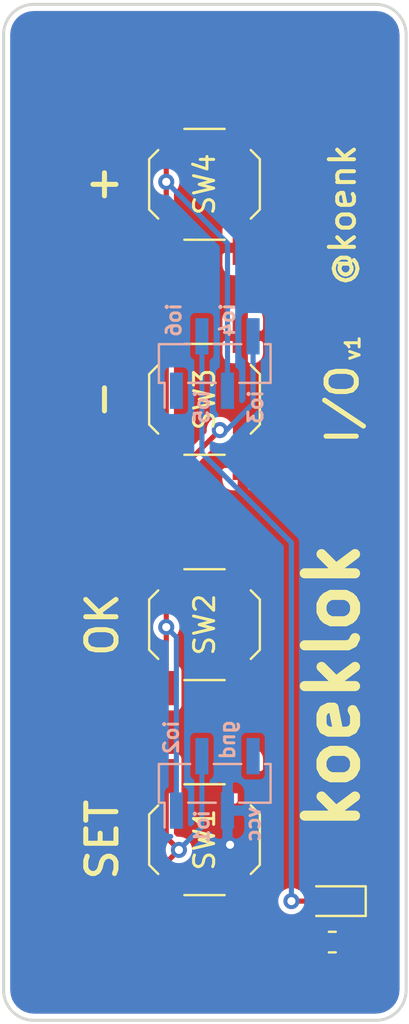
<source format=kicad_pcb>
(kicad_pcb (version 20171130) (host pcbnew 5.1.5-52549c5~84~ubuntu18.04.1)

  (general
    (thickness 1.6)
    (drawings 24)
    (tracks 55)
    (zones 0)
    (modules 8)
    (nets 10)
  )

  (page A4)
  (title_block
    (title "Koeklok - IO module")
    (date 2020-01-26)
    (rev v1)
    (comment 4 "Author: Koen Koning")
  )

  (layers
    (0 F.Cu signal)
    (31 B.Cu signal)
    (32 B.Adhes user hide)
    (33 F.Adhes user hide)
    (34 B.Paste user hide)
    (35 F.Paste user hide)
    (36 B.SilkS user)
    (37 F.SilkS user)
    (38 B.Mask user hide)
    (39 F.Mask user hide)
    (40 Dwgs.User user hide)
    (41 Cmts.User user hide)
    (42 Eco1.User user hide)
    (43 Eco2.User user hide)
    (44 Edge.Cuts user)
    (45 Margin user hide)
    (46 B.CrtYd user hide)
    (47 F.CrtYd user)
    (48 B.Fab user hide)
    (49 F.Fab user hide)
  )

  (setup
    (last_trace_width 0.254)
    (trace_clearance 0.254)
    (zone_clearance 0.254)
    (zone_45_only no)
    (trace_min 0.1524)
    (via_size 0.8)
    (via_drill 0.4)
    (via_min_size 0.46)
    (via_min_drill 0.3)
    (uvia_size 0.3)
    (uvia_drill 0.1)
    (uvias_allowed no)
    (uvia_min_size 0.2)
    (uvia_min_drill 0.1)
    (edge_width 0.1)
    (segment_width 0.2)
    (pcb_text_width 0.3)
    (pcb_text_size 1.5 1.5)
    (mod_edge_width 0.15)
    (mod_text_size 1 1)
    (mod_text_width 0.15)
    (pad_size 1.524 1.524)
    (pad_drill 0.762)
    (pad_to_mask_clearance 0.051)
    (solder_mask_min_width 0.4)
    (aux_axis_origin 0 0)
    (visible_elements 7FFFFFFF)
    (pcbplotparams
      (layerselection 0x010fc_ffffffff)
      (usegerberextensions false)
      (usegerberattributes false)
      (usegerberadvancedattributes false)
      (creategerberjobfile false)
      (excludeedgelayer true)
      (linewidth 0.100000)
      (plotframeref false)
      (viasonmask false)
      (mode 1)
      (useauxorigin false)
      (hpglpennumber 1)
      (hpglpenspeed 20)
      (hpglpendiameter 15.000000)
      (psnegative false)
      (psa4output false)
      (plotreference true)
      (plotvalue true)
      (plotinvisibletext false)
      (padsonsilk false)
      (subtractmaskfromsilk false)
      (outputformat 1)
      (mirror false)
      (drillshape 1)
      (scaleselection 1)
      (outputdirectory ""))
  )

  (net 0 "")
  (net 1 GND)
  (net 2 VCC)
  (net 3 HDR_IO_5)
  (net 4 "Net-(D1-Pad1)")
  (net 5 BTN2)
  (net 6 BTN1)
  (net 7 BTN4)
  (net 8 HDR_IO_6)
  (net 9 BTN3)

  (net_class Default "This is the default net class."
    (clearance 0.254)
    (trace_width 0.254)
    (via_dia 0.8)
    (via_drill 0.4)
    (uvia_dia 0.3)
    (uvia_drill 0.1)
    (add_net BTN1)
    (add_net BTN2)
    (add_net BTN3)
    (add_net BTN4)
    (add_net GND)
    (add_net HDR_IO_5)
    (add_net HDR_IO_6)
    (add_net "Net-(D1-Pad1)")
    (add_net VCC)
  )

  (module Button_Switch_SMD:SW_SPST_TL3342 (layer F.Cu) (tedit 5A02FC95) (tstamp 5E2DDEF7)
    (at 109.982 58.928 90)
    (descr "Low-profile SMD Tactile Switch, https://www.e-switch.com/system/asset/product_line/data_sheet/165/TL3342.pdf")
    (tags "SPST Tactile Switch")
    (path /5CD95D72)
    (attr smd)
    (fp_text reference SW4 (at 0 0 90) (layer F.SilkS)
      (effects (font (size 1 1) (thickness 0.15)))
    )
    (fp_text value SW_Push (at 0 3.75 90) (layer F.Fab)
      (effects (font (size 1 1) (thickness 0.15)))
    )
    (fp_circle (center 0 0) (end 1 0) (layer F.Fab) (width 0.1))
    (fp_line (start -4.25 3) (end -4.25 -3) (layer F.CrtYd) (width 0.05))
    (fp_line (start 4.25 3) (end -4.25 3) (layer F.CrtYd) (width 0.05))
    (fp_line (start 4.25 -3) (end 4.25 3) (layer F.CrtYd) (width 0.05))
    (fp_line (start -4.25 -3) (end 4.25 -3) (layer F.CrtYd) (width 0.05))
    (fp_line (start -1.2 -2.6) (end -2.6 -1.2) (layer F.Fab) (width 0.1))
    (fp_line (start 1.2 -2.6) (end -1.2 -2.6) (layer F.Fab) (width 0.1))
    (fp_line (start 2.6 -1.2) (end 1.2 -2.6) (layer F.Fab) (width 0.1))
    (fp_line (start 2.6 1.2) (end 2.6 -1.2) (layer F.Fab) (width 0.1))
    (fp_line (start 1.2 2.6) (end 2.6 1.2) (layer F.Fab) (width 0.1))
    (fp_line (start -1.2 2.6) (end 1.2 2.6) (layer F.Fab) (width 0.1))
    (fp_line (start -2.6 1.2) (end -1.2 2.6) (layer F.Fab) (width 0.1))
    (fp_line (start -2.6 -1.2) (end -2.6 1.2) (layer F.Fab) (width 0.1))
    (fp_line (start -1.25 -2.75) (end 1.25 -2.75) (layer F.SilkS) (width 0.12))
    (fp_line (start -2.75 -1) (end -2.75 1) (layer F.SilkS) (width 0.12))
    (fp_line (start -1.25 2.75) (end 1.25 2.75) (layer F.SilkS) (width 0.12))
    (fp_line (start 2.75 -1) (end 2.75 1) (layer F.SilkS) (width 0.12))
    (fp_line (start -2 1) (end -2 -1) (layer F.Fab) (width 0.1))
    (fp_line (start -1 2) (end -2 1) (layer F.Fab) (width 0.1))
    (fp_line (start 1 2) (end -1 2) (layer F.Fab) (width 0.1))
    (fp_line (start 2 1) (end 1 2) (layer F.Fab) (width 0.1))
    (fp_line (start 2 -1) (end 2 1) (layer F.Fab) (width 0.1))
    (fp_line (start 1 -2) (end 2 -1) (layer F.Fab) (width 0.1))
    (fp_line (start -1 -2) (end 1 -2) (layer F.Fab) (width 0.1))
    (fp_line (start -2 -1) (end -1 -2) (layer F.Fab) (width 0.1))
    (fp_line (start -1.7 -2.3) (end -1.25 -2.75) (layer F.SilkS) (width 0.12))
    (fp_line (start 1.7 -2.3) (end 1.25 -2.75) (layer F.SilkS) (width 0.12))
    (fp_line (start 1.7 2.3) (end 1.25 2.75) (layer F.SilkS) (width 0.12))
    (fp_line (start -1.7 2.3) (end -1.25 2.75) (layer F.SilkS) (width 0.12))
    (fp_line (start 3.2 1.6) (end 2.2 1.6) (layer F.Fab) (width 0.1))
    (fp_line (start 2.7 2.1) (end 2.7 1.6) (layer F.Fab) (width 0.1))
    (fp_line (start 1.7 2.1) (end 3.2 2.1) (layer F.Fab) (width 0.1))
    (fp_line (start -1.7 2.1) (end -3.2 2.1) (layer F.Fab) (width 0.1))
    (fp_line (start -3.2 1.6) (end -2.2 1.6) (layer F.Fab) (width 0.1))
    (fp_line (start -2.7 2.1) (end -2.7 1.6) (layer F.Fab) (width 0.1))
    (fp_line (start -3.2 -1.6) (end -2.2 -1.6) (layer F.Fab) (width 0.1))
    (fp_line (start -1.7 -2.1) (end -3.2 -2.1) (layer F.Fab) (width 0.1))
    (fp_line (start -2.7 -2.1) (end -2.7 -1.6) (layer F.Fab) (width 0.1))
    (fp_line (start 3.2 -1.6) (end 2.2 -1.6) (layer F.Fab) (width 0.1))
    (fp_line (start 1.7 -2.1) (end 3.2 -2.1) (layer F.Fab) (width 0.1))
    (fp_line (start 2.7 -2.1) (end 2.7 -1.6) (layer F.Fab) (width 0.1))
    (fp_line (start -3.2 -2.1) (end -3.2 -1.6) (layer F.Fab) (width 0.1))
    (fp_line (start -3.2 2.1) (end -3.2 1.6) (layer F.Fab) (width 0.1))
    (fp_line (start 3.2 -2.1) (end 3.2 -1.6) (layer F.Fab) (width 0.1))
    (fp_line (start 3.2 2.1) (end 3.2 1.6) (layer F.Fab) (width 0.1))
    (fp_text user %R (at 0 -3.75 90) (layer F.Fab)
      (effects (font (size 1 1) (thickness 0.15)))
    )
    (pad 2 smd rect (at 3.15 1.9 90) (size 1.7 1) (layers F.Cu F.Paste F.Mask)
      (net 1 GND))
    (pad 2 smd rect (at -3.15 1.9 90) (size 1.7 1) (layers F.Cu F.Paste F.Mask)
      (net 1 GND))
    (pad 1 smd rect (at 3.15 -1.9 90) (size 1.7 1) (layers F.Cu F.Paste F.Mask)
      (net 7 BTN4))
    (pad 1 smd rect (at -3.15 -1.9 90) (size 1.7 1) (layers F.Cu F.Paste F.Mask)
      (net 7 BTN4))
    (model ${KISYS3DMOD}/Button_Switch_SMD.3dshapes/SW_SPST_TL3342.wrl
      (at (xyz 0 0 0))
      (scale (xyz 1 1 1))
      (rotate (xyz 0 0 0))
    )
  )

  (module Button_Switch_SMD:SW_SPST_TL3342 (layer F.Cu) (tedit 5A02FC95) (tstamp 5E2DE003)
    (at 109.982 69.596 90)
    (descr "Low-profile SMD Tactile Switch, https://www.e-switch.com/system/asset/product_line/data_sheet/165/TL3342.pdf")
    (tags "SPST Tactile Switch")
    (path /5CD91CE0)
    (attr smd)
    (fp_text reference SW3 (at 0 0 90) (layer F.SilkS)
      (effects (font (size 1 1) (thickness 0.15)))
    )
    (fp_text value SW_Push (at 0 3.75 90) (layer F.Fab)
      (effects (font (size 1 1) (thickness 0.15)))
    )
    (fp_circle (center 0 0) (end 1 0) (layer F.Fab) (width 0.1))
    (fp_line (start -4.25 3) (end -4.25 -3) (layer F.CrtYd) (width 0.05))
    (fp_line (start 4.25 3) (end -4.25 3) (layer F.CrtYd) (width 0.05))
    (fp_line (start 4.25 -3) (end 4.25 3) (layer F.CrtYd) (width 0.05))
    (fp_line (start -4.25 -3) (end 4.25 -3) (layer F.CrtYd) (width 0.05))
    (fp_line (start -1.2 -2.6) (end -2.6 -1.2) (layer F.Fab) (width 0.1))
    (fp_line (start 1.2 -2.6) (end -1.2 -2.6) (layer F.Fab) (width 0.1))
    (fp_line (start 2.6 -1.2) (end 1.2 -2.6) (layer F.Fab) (width 0.1))
    (fp_line (start 2.6 1.2) (end 2.6 -1.2) (layer F.Fab) (width 0.1))
    (fp_line (start 1.2 2.6) (end 2.6 1.2) (layer F.Fab) (width 0.1))
    (fp_line (start -1.2 2.6) (end 1.2 2.6) (layer F.Fab) (width 0.1))
    (fp_line (start -2.6 1.2) (end -1.2 2.6) (layer F.Fab) (width 0.1))
    (fp_line (start -2.6 -1.2) (end -2.6 1.2) (layer F.Fab) (width 0.1))
    (fp_line (start -1.25 -2.75) (end 1.25 -2.75) (layer F.SilkS) (width 0.12))
    (fp_line (start -2.75 -1) (end -2.75 1) (layer F.SilkS) (width 0.12))
    (fp_line (start -1.25 2.75) (end 1.25 2.75) (layer F.SilkS) (width 0.12))
    (fp_line (start 2.75 -1) (end 2.75 1) (layer F.SilkS) (width 0.12))
    (fp_line (start -2 1) (end -2 -1) (layer F.Fab) (width 0.1))
    (fp_line (start -1 2) (end -2 1) (layer F.Fab) (width 0.1))
    (fp_line (start 1 2) (end -1 2) (layer F.Fab) (width 0.1))
    (fp_line (start 2 1) (end 1 2) (layer F.Fab) (width 0.1))
    (fp_line (start 2 -1) (end 2 1) (layer F.Fab) (width 0.1))
    (fp_line (start 1 -2) (end 2 -1) (layer F.Fab) (width 0.1))
    (fp_line (start -1 -2) (end 1 -2) (layer F.Fab) (width 0.1))
    (fp_line (start -2 -1) (end -1 -2) (layer F.Fab) (width 0.1))
    (fp_line (start -1.7 -2.3) (end -1.25 -2.75) (layer F.SilkS) (width 0.12))
    (fp_line (start 1.7 -2.3) (end 1.25 -2.75) (layer F.SilkS) (width 0.12))
    (fp_line (start 1.7 2.3) (end 1.25 2.75) (layer F.SilkS) (width 0.12))
    (fp_line (start -1.7 2.3) (end -1.25 2.75) (layer F.SilkS) (width 0.12))
    (fp_line (start 3.2 1.6) (end 2.2 1.6) (layer F.Fab) (width 0.1))
    (fp_line (start 2.7 2.1) (end 2.7 1.6) (layer F.Fab) (width 0.1))
    (fp_line (start 1.7 2.1) (end 3.2 2.1) (layer F.Fab) (width 0.1))
    (fp_line (start -1.7 2.1) (end -3.2 2.1) (layer F.Fab) (width 0.1))
    (fp_line (start -3.2 1.6) (end -2.2 1.6) (layer F.Fab) (width 0.1))
    (fp_line (start -2.7 2.1) (end -2.7 1.6) (layer F.Fab) (width 0.1))
    (fp_line (start -3.2 -1.6) (end -2.2 -1.6) (layer F.Fab) (width 0.1))
    (fp_line (start -1.7 -2.1) (end -3.2 -2.1) (layer F.Fab) (width 0.1))
    (fp_line (start -2.7 -2.1) (end -2.7 -1.6) (layer F.Fab) (width 0.1))
    (fp_line (start 3.2 -1.6) (end 2.2 -1.6) (layer F.Fab) (width 0.1))
    (fp_line (start 1.7 -2.1) (end 3.2 -2.1) (layer F.Fab) (width 0.1))
    (fp_line (start 2.7 -2.1) (end 2.7 -1.6) (layer F.Fab) (width 0.1))
    (fp_line (start -3.2 -2.1) (end -3.2 -1.6) (layer F.Fab) (width 0.1))
    (fp_line (start -3.2 2.1) (end -3.2 1.6) (layer F.Fab) (width 0.1))
    (fp_line (start 3.2 -2.1) (end 3.2 -1.6) (layer F.Fab) (width 0.1))
    (fp_line (start 3.2 2.1) (end 3.2 1.6) (layer F.Fab) (width 0.1))
    (fp_text user %R (at 0 -3.75 90) (layer F.Fab)
      (effects (font (size 1 1) (thickness 0.15)))
    )
    (pad 2 smd rect (at 3.15 1.9 90) (size 1.7 1) (layers F.Cu F.Paste F.Mask)
      (net 1 GND))
    (pad 2 smd rect (at -3.15 1.9 90) (size 1.7 1) (layers F.Cu F.Paste F.Mask)
      (net 1 GND))
    (pad 1 smd rect (at 3.15 -1.9 90) (size 1.7 1) (layers F.Cu F.Paste F.Mask)
      (net 9 BTN3))
    (pad 1 smd rect (at -3.15 -1.9 90) (size 1.7 1) (layers F.Cu F.Paste F.Mask)
      (net 9 BTN3))
    (model ${KISYS3DMOD}/Button_Switch_SMD.3dshapes/SW_SPST_TL3342.wrl
      (at (xyz 0 0 0))
      (scale (xyz 1 1 1))
      (rotate (xyz 0 0 0))
    )
  )

  (module Button_Switch_SMD:SW_SPST_TL3342 (layer F.Cu) (tedit 5A02FC95) (tstamp 5E2DE1E3)
    (at 109.982 80.772 90)
    (descr "Low-profile SMD Tactile Switch, https://www.e-switch.com/system/asset/product_line/data_sheet/165/TL3342.pdf")
    (tags "SPST Tactile Switch")
    (path /5CD95D6C)
    (attr smd)
    (fp_text reference SW2 (at 0 0 90) (layer F.SilkS)
      (effects (font (size 1 1) (thickness 0.15)))
    )
    (fp_text value SW_Push (at 0 3.75 90) (layer F.Fab)
      (effects (font (size 1 1) (thickness 0.15)))
    )
    (fp_circle (center 0 0) (end 1 0) (layer F.Fab) (width 0.1))
    (fp_line (start -4.25 3) (end -4.25 -3) (layer F.CrtYd) (width 0.05))
    (fp_line (start 4.25 3) (end -4.25 3) (layer F.CrtYd) (width 0.05))
    (fp_line (start 4.25 -3) (end 4.25 3) (layer F.CrtYd) (width 0.05))
    (fp_line (start -4.25 -3) (end 4.25 -3) (layer F.CrtYd) (width 0.05))
    (fp_line (start -1.2 -2.6) (end -2.6 -1.2) (layer F.Fab) (width 0.1))
    (fp_line (start 1.2 -2.6) (end -1.2 -2.6) (layer F.Fab) (width 0.1))
    (fp_line (start 2.6 -1.2) (end 1.2 -2.6) (layer F.Fab) (width 0.1))
    (fp_line (start 2.6 1.2) (end 2.6 -1.2) (layer F.Fab) (width 0.1))
    (fp_line (start 1.2 2.6) (end 2.6 1.2) (layer F.Fab) (width 0.1))
    (fp_line (start -1.2 2.6) (end 1.2 2.6) (layer F.Fab) (width 0.1))
    (fp_line (start -2.6 1.2) (end -1.2 2.6) (layer F.Fab) (width 0.1))
    (fp_line (start -2.6 -1.2) (end -2.6 1.2) (layer F.Fab) (width 0.1))
    (fp_line (start -1.25 -2.75) (end 1.25 -2.75) (layer F.SilkS) (width 0.12))
    (fp_line (start -2.75 -1) (end -2.75 1) (layer F.SilkS) (width 0.12))
    (fp_line (start -1.25 2.75) (end 1.25 2.75) (layer F.SilkS) (width 0.12))
    (fp_line (start 2.75 -1) (end 2.75 1) (layer F.SilkS) (width 0.12))
    (fp_line (start -2 1) (end -2 -1) (layer F.Fab) (width 0.1))
    (fp_line (start -1 2) (end -2 1) (layer F.Fab) (width 0.1))
    (fp_line (start 1 2) (end -1 2) (layer F.Fab) (width 0.1))
    (fp_line (start 2 1) (end 1 2) (layer F.Fab) (width 0.1))
    (fp_line (start 2 -1) (end 2 1) (layer F.Fab) (width 0.1))
    (fp_line (start 1 -2) (end 2 -1) (layer F.Fab) (width 0.1))
    (fp_line (start -1 -2) (end 1 -2) (layer F.Fab) (width 0.1))
    (fp_line (start -2 -1) (end -1 -2) (layer F.Fab) (width 0.1))
    (fp_line (start -1.7 -2.3) (end -1.25 -2.75) (layer F.SilkS) (width 0.12))
    (fp_line (start 1.7 -2.3) (end 1.25 -2.75) (layer F.SilkS) (width 0.12))
    (fp_line (start 1.7 2.3) (end 1.25 2.75) (layer F.SilkS) (width 0.12))
    (fp_line (start -1.7 2.3) (end -1.25 2.75) (layer F.SilkS) (width 0.12))
    (fp_line (start 3.2 1.6) (end 2.2 1.6) (layer F.Fab) (width 0.1))
    (fp_line (start 2.7 2.1) (end 2.7 1.6) (layer F.Fab) (width 0.1))
    (fp_line (start 1.7 2.1) (end 3.2 2.1) (layer F.Fab) (width 0.1))
    (fp_line (start -1.7 2.1) (end -3.2 2.1) (layer F.Fab) (width 0.1))
    (fp_line (start -3.2 1.6) (end -2.2 1.6) (layer F.Fab) (width 0.1))
    (fp_line (start -2.7 2.1) (end -2.7 1.6) (layer F.Fab) (width 0.1))
    (fp_line (start -3.2 -1.6) (end -2.2 -1.6) (layer F.Fab) (width 0.1))
    (fp_line (start -1.7 -2.1) (end -3.2 -2.1) (layer F.Fab) (width 0.1))
    (fp_line (start -2.7 -2.1) (end -2.7 -1.6) (layer F.Fab) (width 0.1))
    (fp_line (start 3.2 -1.6) (end 2.2 -1.6) (layer F.Fab) (width 0.1))
    (fp_line (start 1.7 -2.1) (end 3.2 -2.1) (layer F.Fab) (width 0.1))
    (fp_line (start 2.7 -2.1) (end 2.7 -1.6) (layer F.Fab) (width 0.1))
    (fp_line (start -3.2 -2.1) (end -3.2 -1.6) (layer F.Fab) (width 0.1))
    (fp_line (start -3.2 2.1) (end -3.2 1.6) (layer F.Fab) (width 0.1))
    (fp_line (start 3.2 -2.1) (end 3.2 -1.6) (layer F.Fab) (width 0.1))
    (fp_line (start 3.2 2.1) (end 3.2 1.6) (layer F.Fab) (width 0.1))
    (fp_text user %R (at 0 -3.75 90) (layer F.Fab)
      (effects (font (size 1 1) (thickness 0.15)))
    )
    (pad 2 smd rect (at 3.15 1.9 90) (size 1.7 1) (layers F.Cu F.Paste F.Mask)
      (net 1 GND))
    (pad 2 smd rect (at -3.15 1.9 90) (size 1.7 1) (layers F.Cu F.Paste F.Mask)
      (net 1 GND))
    (pad 1 smd rect (at 3.15 -1.9 90) (size 1.7 1) (layers F.Cu F.Paste F.Mask)
      (net 5 BTN2))
    (pad 1 smd rect (at -3.15 -1.9 90) (size 1.7 1) (layers F.Cu F.Paste F.Mask)
      (net 5 BTN2))
    (model ${KISYS3DMOD}/Button_Switch_SMD.3dshapes/SW_SPST_TL3342.wrl
      (at (xyz 0 0 0))
      (scale (xyz 1 1 1))
      (rotate (xyz 0 0 0))
    )
  )

  (module Button_Switch_SMD:SW_SPST_TL3342 (layer F.Cu) (tedit 5A02FC95) (tstamp 5E2DF103)
    (at 109.982 91.44 90)
    (descr "Low-profile SMD Tactile Switch, https://www.e-switch.com/system/asset/product_line/data_sheet/165/TL3342.pdf")
    (tags "SPST Tactile Switch")
    (path /5CCCA2E9)
    (attr smd)
    (fp_text reference SW1 (at 0 0 90) (layer F.SilkS)
      (effects (font (size 1 1) (thickness 0.15)))
    )
    (fp_text value SW_Push (at 0 3.75 90) (layer F.Fab)
      (effects (font (size 1 1) (thickness 0.15)))
    )
    (fp_text user %R (at 0 -3.75 90) (layer F.Fab)
      (effects (font (size 1 1) (thickness 0.15)))
    )
    (fp_line (start 3.2 2.1) (end 3.2 1.6) (layer F.Fab) (width 0.1))
    (fp_line (start 3.2 -2.1) (end 3.2 -1.6) (layer F.Fab) (width 0.1))
    (fp_line (start -3.2 2.1) (end -3.2 1.6) (layer F.Fab) (width 0.1))
    (fp_line (start -3.2 -2.1) (end -3.2 -1.6) (layer F.Fab) (width 0.1))
    (fp_line (start 2.7 -2.1) (end 2.7 -1.6) (layer F.Fab) (width 0.1))
    (fp_line (start 1.7 -2.1) (end 3.2 -2.1) (layer F.Fab) (width 0.1))
    (fp_line (start 3.2 -1.6) (end 2.2 -1.6) (layer F.Fab) (width 0.1))
    (fp_line (start -2.7 -2.1) (end -2.7 -1.6) (layer F.Fab) (width 0.1))
    (fp_line (start -1.7 -2.1) (end -3.2 -2.1) (layer F.Fab) (width 0.1))
    (fp_line (start -3.2 -1.6) (end -2.2 -1.6) (layer F.Fab) (width 0.1))
    (fp_line (start -2.7 2.1) (end -2.7 1.6) (layer F.Fab) (width 0.1))
    (fp_line (start -3.2 1.6) (end -2.2 1.6) (layer F.Fab) (width 0.1))
    (fp_line (start -1.7 2.1) (end -3.2 2.1) (layer F.Fab) (width 0.1))
    (fp_line (start 1.7 2.1) (end 3.2 2.1) (layer F.Fab) (width 0.1))
    (fp_line (start 2.7 2.1) (end 2.7 1.6) (layer F.Fab) (width 0.1))
    (fp_line (start 3.2 1.6) (end 2.2 1.6) (layer F.Fab) (width 0.1))
    (fp_line (start -1.7 2.3) (end -1.25 2.75) (layer F.SilkS) (width 0.12))
    (fp_line (start 1.7 2.3) (end 1.25 2.75) (layer F.SilkS) (width 0.12))
    (fp_line (start 1.7 -2.3) (end 1.25 -2.75) (layer F.SilkS) (width 0.12))
    (fp_line (start -1.7 -2.3) (end -1.25 -2.75) (layer F.SilkS) (width 0.12))
    (fp_line (start -2 -1) (end -1 -2) (layer F.Fab) (width 0.1))
    (fp_line (start -1 -2) (end 1 -2) (layer F.Fab) (width 0.1))
    (fp_line (start 1 -2) (end 2 -1) (layer F.Fab) (width 0.1))
    (fp_line (start 2 -1) (end 2 1) (layer F.Fab) (width 0.1))
    (fp_line (start 2 1) (end 1 2) (layer F.Fab) (width 0.1))
    (fp_line (start 1 2) (end -1 2) (layer F.Fab) (width 0.1))
    (fp_line (start -1 2) (end -2 1) (layer F.Fab) (width 0.1))
    (fp_line (start -2 1) (end -2 -1) (layer F.Fab) (width 0.1))
    (fp_line (start 2.75 -1) (end 2.75 1) (layer F.SilkS) (width 0.12))
    (fp_line (start -1.25 2.75) (end 1.25 2.75) (layer F.SilkS) (width 0.12))
    (fp_line (start -2.75 -1) (end -2.75 1) (layer F.SilkS) (width 0.12))
    (fp_line (start -1.25 -2.75) (end 1.25 -2.75) (layer F.SilkS) (width 0.12))
    (fp_line (start -2.6 -1.2) (end -2.6 1.2) (layer F.Fab) (width 0.1))
    (fp_line (start -2.6 1.2) (end -1.2 2.6) (layer F.Fab) (width 0.1))
    (fp_line (start -1.2 2.6) (end 1.2 2.6) (layer F.Fab) (width 0.1))
    (fp_line (start 1.2 2.6) (end 2.6 1.2) (layer F.Fab) (width 0.1))
    (fp_line (start 2.6 1.2) (end 2.6 -1.2) (layer F.Fab) (width 0.1))
    (fp_line (start 2.6 -1.2) (end 1.2 -2.6) (layer F.Fab) (width 0.1))
    (fp_line (start 1.2 -2.6) (end -1.2 -2.6) (layer F.Fab) (width 0.1))
    (fp_line (start -1.2 -2.6) (end -2.6 -1.2) (layer F.Fab) (width 0.1))
    (fp_line (start -4.25 -3) (end 4.25 -3) (layer F.CrtYd) (width 0.05))
    (fp_line (start 4.25 -3) (end 4.25 3) (layer F.CrtYd) (width 0.05))
    (fp_line (start 4.25 3) (end -4.25 3) (layer F.CrtYd) (width 0.05))
    (fp_line (start -4.25 3) (end -4.25 -3) (layer F.CrtYd) (width 0.05))
    (fp_circle (center 0 0) (end 1 0) (layer F.Fab) (width 0.1))
    (pad 1 smd rect (at -3.15 -1.9 90) (size 1.7 1) (layers F.Cu F.Paste F.Mask)
      (net 6 BTN1))
    (pad 1 smd rect (at 3.15 -1.9 90) (size 1.7 1) (layers F.Cu F.Paste F.Mask)
      (net 6 BTN1))
    (pad 2 smd rect (at -3.15 1.9 90) (size 1.7 1) (layers F.Cu F.Paste F.Mask)
      (net 1 GND))
    (pad 2 smd rect (at 3.15 1.9 90) (size 1.7 1) (layers F.Cu F.Paste F.Mask)
      (net 1 GND))
    (model ${KISYS3DMOD}/Button_Switch_SMD.3dshapes/SW_SPST_TL3342.wrl
      (at (xyz 0 0 0))
      (scale (xyz 1 1 1))
      (rotate (xyz 0 0 0))
    )
  )

  (module Resistor_SMD:R_0603_1608Metric_Pad1.05x0.95mm_HandSolder (layer F.Cu) (tedit 5B301BBD) (tstamp 5E2DF390)
    (at 116.332 96.52)
    (descr "Resistor SMD 0603 (1608 Metric), square (rectangular) end terminal, IPC_7351 nominal with elongated pad for handsoldering. (Body size source: http://www.tortai-tech.com/upload/download/2011102023233369053.pdf), generated with kicad-footprint-generator")
    (tags "resistor handsolder")
    (path /5C47705C)
    (attr smd)
    (fp_text reference R5 (at 2.54 0 90) (layer F.SilkS) hide
      (effects (font (size 1 1) (thickness 0.15)))
    )
    (fp_text value 620 (at 0 1.43) (layer F.Fab)
      (effects (font (size 1 1) (thickness 0.15)))
    )
    (fp_text user %R (at 0 0) (layer F.Fab)
      (effects (font (size 0.4 0.4) (thickness 0.06)))
    )
    (fp_line (start 1.65 0.73) (end -1.65 0.73) (layer F.CrtYd) (width 0.05))
    (fp_line (start 1.65 -0.73) (end 1.65 0.73) (layer F.CrtYd) (width 0.05))
    (fp_line (start -1.65 -0.73) (end 1.65 -0.73) (layer F.CrtYd) (width 0.05))
    (fp_line (start -1.65 0.73) (end -1.65 -0.73) (layer F.CrtYd) (width 0.05))
    (fp_line (start -0.171267 0.51) (end 0.171267 0.51) (layer F.SilkS) (width 0.12))
    (fp_line (start -0.171267 -0.51) (end 0.171267 -0.51) (layer F.SilkS) (width 0.12))
    (fp_line (start 0.8 0.4) (end -0.8 0.4) (layer F.Fab) (width 0.1))
    (fp_line (start 0.8 -0.4) (end 0.8 0.4) (layer F.Fab) (width 0.1))
    (fp_line (start -0.8 -0.4) (end 0.8 -0.4) (layer F.Fab) (width 0.1))
    (fp_line (start -0.8 0.4) (end -0.8 -0.4) (layer F.Fab) (width 0.1))
    (pad 2 smd roundrect (at 0.875 0) (size 1.05 0.95) (layers F.Cu F.Paste F.Mask) (roundrect_rratio 0.25)
      (net 4 "Net-(D1-Pad1)"))
    (pad 1 smd roundrect (at -0.875 0) (size 1.05 0.95) (layers F.Cu F.Paste F.Mask) (roundrect_rratio 0.25)
      (net 1 GND))
    (model ${KISYS3DMOD}/Resistor_SMD.3dshapes/R_0603_1608Metric.wrl
      (at (xyz 0 0 0))
      (scale (xyz 1 1 1))
      (rotate (xyz 0 0 0))
    )
  )

  (module Connector_PinSocket_1.27mm:PinSocket_1x04_P1.27mm_Vertical_SMD_Pin1Right (layer B.Cu) (tedit 5A19A42C) (tstamp 5E2DCE20)
    (at 110.49 67.818 270)
    (descr "surface-mounted straight socket strip, 1x04, 1.27mm pitch, single row, style 2 (pin 1 right) (https://gct.co/pdfjs/web/viewer.html?file=/Files/Drawings/BD075.pdf&t=1511594726925), script generated")
    (tags "Surface mounted socket strip SMD 1x04 1.27mm single row style2 pin1 right")
    (path /5CD23E8B)
    (attr smd)
    (fp_text reference J2 (at 0 4.215 270) (layer B.SilkS) hide
      (effects (font (size 1 1) (thickness 0.15)) (justify mirror))
    )
    (fp_text value CONN_IO_2 (at 0 -4.215 270) (layer B.Fab)
      (effects (font (size 1 1) (thickness 0.15)) (justify mirror))
    )
    (fp_text user %R (at 0 0) (layer B.Fab)
      (effects (font (size 1 1) (thickness 0.15)) (justify mirror))
    )
    (fp_line (start -2.75 -3.2) (end -2.75 3.25) (layer B.CrtYd) (width 0.05))
    (fp_line (start 2.75 -3.2) (end -2.75 -3.2) (layer B.CrtYd) (width 0.05))
    (fp_line (start 2.75 3.25) (end 2.75 -3.2) (layer B.CrtYd) (width 0.05))
    (fp_line (start -2.75 3.25) (end 2.75 3.25) (layer B.CrtYd) (width 0.05))
    (fp_line (start -1.75 -2.115) (end -1.75 -1.695) (layer B.Fab) (width 0.1))
    (fp_line (start -0.9 -2.115) (end -1.75 -2.115) (layer B.Fab) (width 0.1))
    (fp_line (start -1.75 -1.695) (end -0.9 -1.695) (layer B.Fab) (width 0.1))
    (fp_line (start 1.75 -0.845) (end 0.9 -0.845) (layer B.Fab) (width 0.1))
    (fp_line (start 1.75 -0.425) (end 1.75 -0.845) (layer B.Fab) (width 0.1))
    (fp_line (start 0.9 -0.425) (end 1.75 -0.425) (layer B.Fab) (width 0.1))
    (fp_line (start -1.75 0.425) (end -1.75 0.845) (layer B.Fab) (width 0.1))
    (fp_line (start -0.9 0.425) (end -1.75 0.425) (layer B.Fab) (width 0.1))
    (fp_line (start -1.75 0.845) (end -0.9 0.845) (layer B.Fab) (width 0.1))
    (fp_line (start 1.75 1.695) (end 0.9 1.695) (layer B.Fab) (width 0.1))
    (fp_line (start 1.75 2.115) (end 1.75 1.695) (layer B.Fab) (width 0.1))
    (fp_line (start 0.9 2.115) (end 1.75 2.115) (layer B.Fab) (width 0.1))
    (fp_line (start -0.9 -2.715) (end -0.9 2.715) (layer B.Fab) (width 0.1))
    (fp_line (start 0.9 -2.715) (end -0.9 -2.715) (layer B.Fab) (width 0.1))
    (fp_line (start 0.9 2.265) (end 0.9 -2.715) (layer B.Fab) (width 0.1))
    (fp_line (start 0.45 2.715) (end 0.9 2.265) (layer B.Fab) (width 0.1))
    (fp_line (start -0.9 2.715) (end 0.45 2.715) (layer B.Fab) (width 0.1))
    (fp_line (start 0.96 2.49) (end 2.19 2.49) (layer B.SilkS) (width 0.12))
    (fp_line (start -0.96 -2.49) (end -0.96 -2.775) (layer B.SilkS) (width 0.12))
    (fp_line (start -0.96 0.05) (end -0.96 -1.32) (layer B.SilkS) (width 0.12))
    (fp_line (start -0.96 2.775) (end -0.96 1.22) (layer B.SilkS) (width 0.12))
    (fp_line (start -0.96 -2.775) (end 0.96 -2.775) (layer B.SilkS) (width 0.12))
    (fp_line (start 0.96 -1.22) (end 0.96 -2.775) (layer B.SilkS) (width 0.12))
    (fp_line (start 0.96 1.32) (end 0.96 -0.05) (layer B.SilkS) (width 0.12))
    (fp_line (start 0.96 2.775) (end 0.96 2.49) (layer B.SilkS) (width 0.12))
    (fp_line (start -0.96 2.775) (end 0.96 2.775) (layer B.SilkS) (width 0.12))
    (pad 3 smd rect (at 1.35 -0.635 270) (size 1.8 0.65) (layers B.Cu B.Paste B.Mask)
      (net 7 BTN4))
    (pad 1 smd rect (at 1.35 1.905 270) (size 1.8 0.65) (layers B.Cu B.Paste B.Mask)
      (net 8 HDR_IO_6))
    (pad 4 smd rect (at -1.35 -1.905 270) (size 1.8 0.65) (layers B.Cu B.Paste B.Mask)
      (net 9 BTN3))
    (pad 2 smd rect (at -1.35 0.635 270) (size 1.8 0.65) (layers B.Cu B.Paste B.Mask)
      (net 3 HDR_IO_5))
    (model ${KISYS3DMOD}/Connector_PinSocket_1.27mm.3dshapes/PinSocket_1x04_P1.27mm_Vertical_SMD_Pin1Right.wrl
      (at (xyz 0 0 0))
      (scale (xyz 1 1 1))
      (rotate (xyz 0 0 0))
    )
  )

  (module Connector_PinSocket_1.27mm:PinSocket_1x04_P1.27mm_Vertical_SMD_Pin1Right (layer B.Cu) (tedit 5A19A42C) (tstamp 5E2DCDF9)
    (at 110.49 88.646 270)
    (descr "surface-mounted straight socket strip, 1x04, 1.27mm pitch, single row, style 2 (pin 1 right) (https://gct.co/pdfjs/web/viewer.html?file=/Files/Drawings/BD075.pdf&t=1511594726925), script generated")
    (tags "Surface mounted socket strip SMD 1x04 1.27mm single row style2 pin1 right")
    (path /5CD23E85)
    (attr smd)
    (fp_text reference J1 (at 0 4.215 270) (layer B.SilkS) hide
      (effects (font (size 1 1) (thickness 0.15)) (justify mirror))
    )
    (fp_text value CONN_IO_1 (at 0 -4.215 270) (layer B.Fab)
      (effects (font (size 1 1) (thickness 0.15)) (justify mirror))
    )
    (fp_text user %R (at 0 0) (layer B.Fab)
      (effects (font (size 1 1) (thickness 0.15)) (justify mirror))
    )
    (fp_line (start -2.75 -3.2) (end -2.75 3.25) (layer B.CrtYd) (width 0.05))
    (fp_line (start 2.75 -3.2) (end -2.75 -3.2) (layer B.CrtYd) (width 0.05))
    (fp_line (start 2.75 3.25) (end 2.75 -3.2) (layer B.CrtYd) (width 0.05))
    (fp_line (start -2.75 3.25) (end 2.75 3.25) (layer B.CrtYd) (width 0.05))
    (fp_line (start -1.75 -2.115) (end -1.75 -1.695) (layer B.Fab) (width 0.1))
    (fp_line (start -0.9 -2.115) (end -1.75 -2.115) (layer B.Fab) (width 0.1))
    (fp_line (start -1.75 -1.695) (end -0.9 -1.695) (layer B.Fab) (width 0.1))
    (fp_line (start 1.75 -0.845) (end 0.9 -0.845) (layer B.Fab) (width 0.1))
    (fp_line (start 1.75 -0.425) (end 1.75 -0.845) (layer B.Fab) (width 0.1))
    (fp_line (start 0.9 -0.425) (end 1.75 -0.425) (layer B.Fab) (width 0.1))
    (fp_line (start -1.75 0.425) (end -1.75 0.845) (layer B.Fab) (width 0.1))
    (fp_line (start -0.9 0.425) (end -1.75 0.425) (layer B.Fab) (width 0.1))
    (fp_line (start -1.75 0.845) (end -0.9 0.845) (layer B.Fab) (width 0.1))
    (fp_line (start 1.75 1.695) (end 0.9 1.695) (layer B.Fab) (width 0.1))
    (fp_line (start 1.75 2.115) (end 1.75 1.695) (layer B.Fab) (width 0.1))
    (fp_line (start 0.9 2.115) (end 1.75 2.115) (layer B.Fab) (width 0.1))
    (fp_line (start -0.9 -2.715) (end -0.9 2.715) (layer B.Fab) (width 0.1))
    (fp_line (start 0.9 -2.715) (end -0.9 -2.715) (layer B.Fab) (width 0.1))
    (fp_line (start 0.9 2.265) (end 0.9 -2.715) (layer B.Fab) (width 0.1))
    (fp_line (start 0.45 2.715) (end 0.9 2.265) (layer B.Fab) (width 0.1))
    (fp_line (start -0.9 2.715) (end 0.45 2.715) (layer B.Fab) (width 0.1))
    (fp_line (start 0.96 2.49) (end 2.19 2.49) (layer B.SilkS) (width 0.12))
    (fp_line (start -0.96 -2.49) (end -0.96 -2.775) (layer B.SilkS) (width 0.12))
    (fp_line (start -0.96 0.05) (end -0.96 -1.32) (layer B.SilkS) (width 0.12))
    (fp_line (start -0.96 2.775) (end -0.96 1.22) (layer B.SilkS) (width 0.12))
    (fp_line (start -0.96 -2.775) (end 0.96 -2.775) (layer B.SilkS) (width 0.12))
    (fp_line (start 0.96 -1.22) (end 0.96 -2.775) (layer B.SilkS) (width 0.12))
    (fp_line (start 0.96 1.32) (end 0.96 -0.05) (layer B.SilkS) (width 0.12))
    (fp_line (start 0.96 2.775) (end 0.96 2.49) (layer B.SilkS) (width 0.12))
    (fp_line (start -0.96 2.775) (end 0.96 2.775) (layer B.SilkS) (width 0.12))
    (pad 3 smd rect (at 1.35 -0.635 270) (size 1.8 0.65) (layers B.Cu B.Paste B.Mask)
      (net 1 GND))
    (pad 1 smd rect (at 1.35 1.905 270) (size 1.8 0.65) (layers B.Cu B.Paste B.Mask)
      (net 5 BTN2))
    (pad 4 smd rect (at -1.35 -1.905 270) (size 1.8 0.65) (layers B.Cu B.Paste B.Mask)
      (net 2 VCC))
    (pad 2 smd rect (at -1.35 0.635 270) (size 1.8 0.65) (layers B.Cu B.Paste B.Mask)
      (net 6 BTN1))
    (model ${KISYS3DMOD}/Connector_PinSocket_1.27mm.3dshapes/PinSocket_1x04_P1.27mm_Vertical_SMD_Pin1Right.wrl
      (at (xyz 0 0 0))
      (scale (xyz 1 1 1))
      (rotate (xyz 0 0 0))
    )
  )

  (module LED_SMD:LED_0603_1608Metric_Pad1.05x0.95mm_HandSolder (layer F.Cu) (tedit 5B4B45C9) (tstamp 5E2DCDD2)
    (at 116.332 94.488 180)
    (descr "LED SMD 0603 (1608 Metric), square (rectangular) end terminal, IPC_7351 nominal, (Body size source: http://www.tortai-tech.com/upload/download/2011102023233369053.pdf), generated with kicad-footprint-generator")
    (tags "LED handsolder")
    (path /5C462533)
    (attr smd)
    (fp_text reference D1 (at -2.54 0 270) (layer F.SilkS) hide
      (effects (font (size 1 1) (thickness 0.15)))
    )
    (fp_text value Grn (at 0 1.43) (layer F.Fab)
      (effects (font (size 1 1) (thickness 0.15)))
    )
    (fp_text user %R (at 0 0) (layer F.Fab)
      (effects (font (size 0.4 0.4) (thickness 0.06)))
    )
    (fp_line (start 1.65 0.73) (end -1.65 0.73) (layer F.CrtYd) (width 0.05))
    (fp_line (start 1.65 -0.73) (end 1.65 0.73) (layer F.CrtYd) (width 0.05))
    (fp_line (start -1.65 -0.73) (end 1.65 -0.73) (layer F.CrtYd) (width 0.05))
    (fp_line (start -1.65 0.73) (end -1.65 -0.73) (layer F.CrtYd) (width 0.05))
    (fp_line (start -1.66 0.735) (end 0.8 0.735) (layer F.SilkS) (width 0.12))
    (fp_line (start -1.66 -0.735) (end -1.66 0.735) (layer F.SilkS) (width 0.12))
    (fp_line (start 0.8 -0.735) (end -1.66 -0.735) (layer F.SilkS) (width 0.12))
    (fp_line (start 0.8 0.4) (end 0.8 -0.4) (layer F.Fab) (width 0.1))
    (fp_line (start -0.8 0.4) (end 0.8 0.4) (layer F.Fab) (width 0.1))
    (fp_line (start -0.8 -0.1) (end -0.8 0.4) (layer F.Fab) (width 0.1))
    (fp_line (start -0.5 -0.4) (end -0.8 -0.1) (layer F.Fab) (width 0.1))
    (fp_line (start 0.8 -0.4) (end -0.5 -0.4) (layer F.Fab) (width 0.1))
    (pad 2 smd roundrect (at 0.875 0 180) (size 1.05 0.95) (layers F.Cu F.Paste F.Mask) (roundrect_rratio 0.25)
      (net 3 HDR_IO_5))
    (pad 1 smd roundrect (at -0.875 0 180) (size 1.05 0.95) (layers F.Cu F.Paste F.Mask) (roundrect_rratio 0.25)
      (net 4 "Net-(D1-Pad1)"))
    (model ${KISYS3DMOD}/LED_SMD.3dshapes/LED_0603_1608Metric.wrl
      (at (xyz 0 0 0))
      (scale (xyz 1 1 1))
      (rotate (xyz 0 0 0))
    )
  )

  (gr_text + (at 104.902 58.928 90) (layer F.SilkS) (tstamp 5E2DF196)
    (effects (font (size 1.5 1.5) (thickness 0.25)))
  )
  (gr_text - (at 104.902 69.596 90) (layer F.SilkS) (tstamp 5E2DF185)
    (effects (font (size 1.5 1.5) (thickness 0.25)))
  )
  (gr_text OK (at 104.902 80.772 90) (layer F.SilkS) (tstamp 5E2DF17D)
    (effects (font (size 1.5 1.5) (thickness 0.25)))
  )
  (gr_text SET (at 104.902 91.44 90) (layer F.SilkS) (tstamp 5E2DF171)
    (effects (font (size 1.5 1.5) (thickness 0.25)))
  )
  (gr_text vcc (at 112.395 90.678 90) (layer B.SilkS) (tstamp 5D22270A)
    (effects (font (size 0.7 0.7) (thickness 0.15)) (justify mirror))
  )
  (gr_text io1 (at 109.855 90.805 90) (layer B.SilkS) (tstamp 5D22270E)
    (effects (font (size 0.7 0.7) (thickness 0.15)) (justify mirror))
  )
  (gr_text io2 (at 108.331 86.36 90) (layer B.SilkS) (tstamp 5E2DD34F)
    (effects (font (size 0.7 0.7) (thickness 0.15)) (justify mirror))
  )
  (gr_text gnd (at 111.125 86.487 90) (layer B.SilkS) (tstamp 5D22270E)
    (effects (font (size 0.7 0.7) (thickness 0.15)) (justify mirror))
  )
  (gr_text io4 (at 111.125 65.659 90) (layer B.SilkS) (tstamp 5D222E0E)
    (effects (font (size 0.7 0.7) (thickness 0.15)) (justify mirror))
  )
  (gr_text io5 (at 109.855 69.977 90) (layer B.SilkS) (tstamp 5D222E0E)
    (effects (font (size 0.7 0.7) (thickness 0.15)) (justify mirror))
  )
  (gr_text io6 (at 108.458 65.659 90) (layer B.SilkS) (tstamp 5D222E0E)
    (effects (font (size 0.7 0.7) (thickness 0.15)) (justify mirror))
  )
  (gr_text v1 (at 117.348 67.056 90) (layer F.SilkS) (tstamp 5E2DF06A)
    (effects (font (size 0.7 0.7) (thickness 0.15)))
  )
  (gr_text io3 (at 112.522 69.977 90) (layer B.SilkS) (tstamp 5D222E0E)
    (effects (font (size 0.7 0.7) (thickness 0.15)) (justify mirror))
  )
  (gr_text I/O (at 116.84 69.85 90) (layer F.SilkS) (tstamp 5E2DF067)
    (effects (font (size 1.5 1.5) (thickness 0.25)))
  )
  (gr_text @koenk (at 116.84 60.452 90) (layer F.SilkS) (tstamp 5E2DCC73)
    (effects (font (size 1.25 1.25) (thickness 0.2)))
  )
  (gr_text koeklok (at 116.332 83.82 90) (layer F.SilkS) (tstamp 5E2D8AF4)
    (effects (font (size 2.5 2.5) (thickness 0.5)))
  )
  (gr_arc (start 101.5 51.5) (end 101.5 50) (angle -90) (layer Edge.Cuts) (width 0.15))
  (gr_arc (start 118.5 51.5) (end 120 51.5) (angle -90) (layer Edge.Cuts) (width 0.15) (tstamp 5D2204C9))
  (gr_line (start 101.5 50) (end 118.5 50) (layer Edge.Cuts) (width 0.15))
  (gr_arc (start 118.5 98.9) (end 118.5 100.4) (angle -90) (layer Edge.Cuts) (width 0.15) (tstamp 5D2204C9))
  (gr_line (start 101.5 100.4) (end 118.5 100.4) (layer Edge.Cuts) (width 0.15))
  (gr_arc (start 101.5 98.9) (end 100 98.9) (angle -90) (layer Edge.Cuts) (width 0.15) (tstamp 5D2204C9))
  (gr_line (start 100 51.5) (end 100 98.9) (layer Edge.Cuts) (width 0.15) (tstamp 5D217D98))
  (gr_line (start 120 51.5) (end 120 98.9) (layer Edge.Cuts) (width 0.15))

  (segment (start 111.882 88.29) (end 111.882 83.922) (width 0.254) (layer F.Cu) (net 1))
  (segment (start 111.882 77.622) (end 111.882 72.746) (width 0.254) (layer F.Cu) (net 1))
  (segment (start 111.882 65.342) (end 111.882 62.078) (width 0.254) (layer F.Cu) (net 1))
  (segment (start 111.882 66.446) (end 111.882 65.342) (width 0.254) (layer F.Cu) (net 1))
  (segment (start 111.882 82.818) (end 111.882 77.622) (width 0.254) (layer F.Cu) (net 1))
  (segment (start 111.882 83.922) (end 111.882 82.818) (width 0.254) (layer F.Cu) (net 1))
  (segment (start 111.882 72.746) (end 111.882 66.446) (width 0.254) (layer F.Cu) (net 1))
  (segment (start 111.882 60.974) (end 111.882 55.778) (width 0.254) (layer F.Cu) (net 1))
  (segment (start 111.882 62.078) (end 111.882 60.974) (width 0.254) (layer F.Cu) (net 1))
  (segment (start 111.882 95.694) (end 111.882 94.59) (width 0.254) (layer F.Cu) (net 1))
  (segment (start 112.708 96.52) (end 111.882 95.694) (width 0.254) (layer F.Cu) (net 1))
  (segment (start 115.457 96.52) (end 112.708 96.52) (width 0.254) (layer F.Cu) (net 1))
  (via (at 111.252 91.69399) (size 0.8) (drill 0.4) (layers F.Cu B.Cu) (net 1))
  (segment (start 111.882 94.59) (end 111.882 92.32399) (width 0.254) (layer F.Cu) (net 1))
  (segment (start 111.882 92.32399) (end 111.252 91.69399) (width 0.254) (layer F.Cu) (net 1))
  (segment (start 111.125 91.56699) (end 111.252 91.69399) (width 0.254) (layer B.Cu) (net 1))
  (segment (start 111.125 89.996) (end 111.125 91.56699) (width 0.254) (layer B.Cu) (net 1))
  (segment (start 111.882 91.06399) (end 111.252 91.69399) (width 0.254) (layer F.Cu) (net 1))
  (segment (start 111.882 88.29) (end 111.882 91.06399) (width 0.254) (layer F.Cu) (net 1))
  (via (at 114.3 94.488) (size 0.8) (drill 0.4) (layers F.Cu B.Cu) (net 3))
  (segment (start 115.457 94.488) (end 114.3 94.488) (width 0.254) (layer F.Cu) (net 3))
  (segment (start 109.855 67.622) (end 109.855 66.468) (width 0.254) (layer B.Cu) (net 3))
  (segment (start 109.855 72.263) (end 109.855 67.622) (width 0.254) (layer B.Cu) (net 3))
  (segment (start 114.3 94.488) (end 114.3 76.708) (width 0.254) (layer B.Cu) (net 3))
  (segment (start 114.3 76.708) (end 109.855 72.263) (width 0.254) (layer B.Cu) (net 3))
  (segment (start 117.207 96.52) (end 117.207 94.488) (width 0.254) (layer F.Cu) (net 4))
  (segment (start 108.082 83.922) (end 108.082 77.622) (width 0.254) (layer F.Cu) (net 5))
  (via (at 108.082002 80.893998) (size 0.8) (drill 0.4) (layers F.Cu B.Cu) (net 5))
  (segment (start 108.082 80.894) (end 108.082002 80.893998) (width 0.254) (layer F.Cu) (net 5))
  (segment (start 108.082 83.922) (end 108.082 80.894) (width 0.254) (layer F.Cu) (net 5))
  (segment (start 108.585 81.396996) (end 108.082002 80.893998) (width 0.254) (layer B.Cu) (net 5))
  (segment (start 108.585 89.996) (end 108.585 81.396996) (width 0.254) (layer B.Cu) (net 5))
  (segment (start 109.855 90.805) (end 108.712 91.948) (width 0.254) (layer B.Cu) (net 6))
  (via (at 108.712 91.948) (size 0.8) (drill 0.4) (layers F.Cu B.Cu) (net 6))
  (segment (start 108.082 94.59) (end 108.082 92.578) (width 0.254) (layer F.Cu) (net 6))
  (segment (start 108.082 91.318) (end 108.312001 91.548001) (width 0.254) (layer F.Cu) (net 6))
  (segment (start 109.855 87.296) (end 109.855 90.805) (width 0.254) (layer B.Cu) (net 6))
  (segment (start 108.312001 92.347999) (end 108.712 91.948) (width 0.254) (layer F.Cu) (net 6))
  (segment (start 108.082 92.578) (end 108.312001 92.347999) (width 0.254) (layer F.Cu) (net 6))
  (segment (start 108.312001 91.548001) (end 108.712 91.948) (width 0.254) (layer F.Cu) (net 6))
  (segment (start 108.082 88.29) (end 108.082 91.318) (width 0.254) (layer F.Cu) (net 6))
  (segment (start 108.082 62.078) (end 108.082 55.778) (width 0.254) (layer F.Cu) (net 7))
  (segment (start 108.481999 59.205999) (end 108.082 58.806) (width 0.254) (layer B.Cu) (net 7))
  (segment (start 111.125 69.168) (end 111.125 61.849) (width 0.254) (layer B.Cu) (net 7))
  (via (at 108.082 58.806) (size 0.8) (drill 0.4) (layers F.Cu B.Cu) (net 7))
  (segment (start 111.125 61.849) (end 108.481999 59.205999) (width 0.254) (layer B.Cu) (net 7))
  (segment (start 108.082 62.078) (end 108.082 58.806) (width 0.254) (layer F.Cu) (net 7))
  (segment (start 108.082 67.55) (end 108.082 72.746) (width 0.254) (layer F.Cu) (net 9))
  (segment (start 108.082 66.446) (end 108.082 67.55) (width 0.254) (layer F.Cu) (net 9))
  (via (at 110.744 71.12) (size 0.8) (drill 0.4) (layers F.Cu B.Cu) (net 9))
  (segment (start 111.083802 71.12) (end 110.744 71.12) (width 0.254) (layer B.Cu) (net 9))
  (segment (start 112.395 66.468) (end 112.395 69.808802) (width 0.254) (layer B.Cu) (net 9))
  (segment (start 112.395 69.808802) (end 111.083802 71.12) (width 0.254) (layer B.Cu) (net 9))
  (segment (start 109.118 72.746) (end 108.082 72.746) (width 0.254) (layer F.Cu) (net 9))
  (segment (start 110.744 71.12) (end 109.118 72.746) (width 0.254) (layer F.Cu) (net 9))

  (zone (net 1) (net_name GND) (layer F.Cu) (tstamp 0) (hatch edge 0.508)
    (connect_pads (clearance 0.254))
    (min_thickness 0.254)
    (fill yes (arc_segments 32) (thermal_gap 0.508) (thermal_bridge_width 0.508))
    (polygon
      (pts
        (xy 99.822 49.784) (xy 120.142 49.784) (xy 120.142 100.584) (xy 99.822 100.584)
      )
    )
    (filled_polygon
      (pts
        (xy 118.702355 50.478028) (xy 118.897007 50.536797) (xy 119.076527 50.63225) (xy 119.234098 50.760761) (xy 119.363703 50.917427)
        (xy 119.460409 51.096279) (xy 119.520535 51.290515) (xy 119.544 51.513777) (xy 119.544001 98.877686) (xy 119.521972 99.102359)
        (xy 119.463204 99.297006) (xy 119.367749 99.47653) (xy 119.239237 99.634099) (xy 119.082573 99.763703) (xy 118.903721 99.860409)
        (xy 118.709485 99.920535) (xy 118.486223 99.944) (xy 101.522304 99.944) (xy 101.297641 99.921972) (xy 101.102994 99.863204)
        (xy 100.92347 99.767749) (xy 100.765901 99.639237) (xy 100.636297 99.482573) (xy 100.539591 99.303721) (xy 100.479465 99.109485)
        (xy 100.456 98.886223) (xy 100.456 96.995) (xy 114.293928 96.995) (xy 114.306188 97.119482) (xy 114.342498 97.23918)
        (xy 114.401463 97.349494) (xy 114.480815 97.446185) (xy 114.577506 97.525537) (xy 114.68782 97.584502) (xy 114.807518 97.620812)
        (xy 114.932 97.633072) (xy 115.17125 97.63) (xy 115.33 97.47125) (xy 115.33 96.647) (xy 114.45575 96.647)
        (xy 114.297 96.80575) (xy 114.293928 96.995) (xy 100.456 96.995) (xy 100.456 87.44) (xy 107.199157 87.44)
        (xy 107.199157 89.14) (xy 107.206513 89.214689) (xy 107.228299 89.286508) (xy 107.263678 89.352696) (xy 107.311289 89.410711)
        (xy 107.369304 89.458322) (xy 107.435492 89.493701) (xy 107.507311 89.515487) (xy 107.574 89.522055) (xy 107.574001 91.293046)
        (xy 107.571543 91.318) (xy 107.574957 91.352657) (xy 107.581352 91.417585) (xy 107.6104 91.513343) (xy 107.657571 91.601595)
        (xy 107.695314 91.647585) (xy 107.721053 91.678948) (xy 107.740431 91.694851) (xy 107.931 91.885419) (xy 107.931 92.010581)
        (xy 107.740431 92.201149) (xy 107.721053 92.217052) (xy 107.705151 92.236429) (xy 107.70515 92.23643) (xy 107.657571 92.294405)
        (xy 107.628925 92.347999) (xy 107.6104 92.382657) (xy 107.599194 92.4196) (xy 107.581352 92.478416) (xy 107.571543 92.578)
        (xy 107.574001 92.602954) (xy 107.574001 93.357945) (xy 107.507311 93.364513) (xy 107.435492 93.386299) (xy 107.369304 93.421678)
        (xy 107.311289 93.469289) (xy 107.263678 93.527304) (xy 107.228299 93.593492) (xy 107.206513 93.665311) (xy 107.199157 93.74)
        (xy 107.199157 95.44) (xy 107.206513 95.514689) (xy 107.228299 95.586508) (xy 107.263678 95.652696) (xy 107.311289 95.710711)
        (xy 107.369304 95.758322) (xy 107.435492 95.793701) (xy 107.507311 95.815487) (xy 107.582 95.822843) (xy 108.582 95.822843)
        (xy 108.656689 95.815487) (xy 108.728508 95.793701) (xy 108.794696 95.758322) (xy 108.852711 95.710711) (xy 108.900322 95.652696)
        (xy 108.935701 95.586508) (xy 108.957487 95.514689) (xy 108.964843 95.44) (xy 110.743928 95.44) (xy 110.756188 95.564482)
        (xy 110.792498 95.68418) (xy 110.851463 95.794494) (xy 110.930815 95.891185) (xy 111.027506 95.970537) (xy 111.13782 96.029502)
        (xy 111.257518 96.065812) (xy 111.382 96.078072) (xy 111.59625 96.075) (xy 111.755 95.91625) (xy 111.755 94.717)
        (xy 112.009 94.717) (xy 112.009 95.91625) (xy 112.16775 96.075) (xy 112.382 96.078072) (xy 112.506482 96.065812)
        (xy 112.575089 96.045) (xy 114.293928 96.045) (xy 114.297 96.23425) (xy 114.45575 96.393) (xy 115.33 96.393)
        (xy 115.33 95.56875) (xy 115.17125 95.41) (xy 114.932 95.406928) (xy 114.807518 95.419188) (xy 114.68782 95.455498)
        (xy 114.577506 95.514463) (xy 114.480815 95.593815) (xy 114.401463 95.690506) (xy 114.342498 95.80082) (xy 114.306188 95.920518)
        (xy 114.293928 96.045) (xy 112.575089 96.045) (xy 112.62618 96.029502) (xy 112.736494 95.970537) (xy 112.833185 95.891185)
        (xy 112.912537 95.794494) (xy 112.971502 95.68418) (xy 113.007812 95.564482) (xy 113.020072 95.44) (xy 113.017 94.87575)
        (xy 112.85825 94.717) (xy 112.009 94.717) (xy 111.755 94.717) (xy 110.90575 94.717) (xy 110.747 94.87575)
        (xy 110.743928 95.44) (xy 108.964843 95.44) (xy 108.964843 93.74) (xy 110.743928 93.74) (xy 110.747 94.30425)
        (xy 110.90575 94.463) (xy 111.755 94.463) (xy 111.755 93.26375) (xy 112.009 93.26375) (xy 112.009 94.463)
        (xy 112.85825 94.463) (xy 112.910172 94.411078) (xy 113.519 94.411078) (xy 113.519 94.564922) (xy 113.549013 94.715809)
        (xy 113.607887 94.857942) (xy 113.693358 94.985859) (xy 113.802141 95.094642) (xy 113.930058 95.180113) (xy 114.072191 95.238987)
        (xy 114.223078 95.269) (xy 114.376922 95.269) (xy 114.527809 95.238987) (xy 114.669942 95.180113) (xy 114.717741 95.148175)
        (xy 114.730851 95.164149) (xy 114.824856 95.241296) (xy 114.932105 95.298622) (xy 115.048477 95.333923) (xy 115.1695 95.345843)
        (xy 115.7445 95.345843) (xy 115.865523 95.333923) (xy 115.981895 95.298622) (xy 116.089144 95.241296) (xy 116.183149 95.164149)
        (xy 116.260296 95.070144) (xy 116.317622 94.962895) (xy 116.332 94.915497) (xy 116.346378 94.962895) (xy 116.403704 95.070144)
        (xy 116.480851 95.164149) (xy 116.574856 95.241296) (xy 116.682105 95.298622) (xy 116.699001 95.303747) (xy 116.699 95.704253)
        (xy 116.682105 95.709378) (xy 116.574856 95.766704) (xy 116.559849 95.77902) (xy 116.512537 95.690506) (xy 116.433185 95.593815)
        (xy 116.336494 95.514463) (xy 116.22618 95.455498) (xy 116.106482 95.419188) (xy 115.982 95.406928) (xy 115.74275 95.41)
        (xy 115.584 95.56875) (xy 115.584 96.393) (xy 115.604 96.393) (xy 115.604 96.647) (xy 115.584 96.647)
        (xy 115.584 97.47125) (xy 115.74275 97.63) (xy 115.982 97.633072) (xy 116.106482 97.620812) (xy 116.22618 97.584502)
        (xy 116.336494 97.525537) (xy 116.433185 97.446185) (xy 116.512537 97.349494) (xy 116.559849 97.26098) (xy 116.574856 97.273296)
        (xy 116.682105 97.330622) (xy 116.798477 97.365923) (xy 116.9195 97.377843) (xy 117.4945 97.377843) (xy 117.615523 97.365923)
        (xy 117.731895 97.330622) (xy 117.839144 97.273296) (xy 117.933149 97.196149) (xy 118.010296 97.102144) (xy 118.067622 96.994895)
        (xy 118.102923 96.878523) (xy 118.114843 96.7575) (xy 118.114843 96.2825) (xy 118.102923 96.161477) (xy 118.067622 96.045105)
        (xy 118.010296 95.937856) (xy 117.933149 95.843851) (xy 117.839144 95.766704) (xy 117.731895 95.709378) (xy 117.715 95.704253)
        (xy 117.715 95.303747) (xy 117.731895 95.298622) (xy 117.839144 95.241296) (xy 117.933149 95.164149) (xy 118.010296 95.070144)
        (xy 118.067622 94.962895) (xy 118.102923 94.846523) (xy 118.114843 94.7255) (xy 118.114843 94.2505) (xy 118.102923 94.129477)
        (xy 118.067622 94.013105) (xy 118.010296 93.905856) (xy 117.933149 93.811851) (xy 117.839144 93.734704) (xy 117.731895 93.677378)
        (xy 117.615523 93.642077) (xy 117.4945 93.630157) (xy 116.9195 93.630157) (xy 116.798477 93.642077) (xy 116.682105 93.677378)
        (xy 116.574856 93.734704) (xy 116.480851 93.811851) (xy 116.403704 93.905856) (xy 116.346378 94.013105) (xy 116.332 94.060503)
        (xy 116.317622 94.013105) (xy 116.260296 93.905856) (xy 116.183149 93.811851) (xy 116.089144 93.734704) (xy 115.981895 93.677378)
        (xy 115.865523 93.642077) (xy 115.7445 93.630157) (xy 115.1695 93.630157) (xy 115.048477 93.642077) (xy 114.932105 93.677378)
        (xy 114.824856 93.734704) (xy 114.730851 93.811851) (xy 114.717741 93.827825) (xy 114.669942 93.795887) (xy 114.527809 93.737013)
        (xy 114.376922 93.707) (xy 114.223078 93.707) (xy 114.072191 93.737013) (xy 113.930058 93.795887) (xy 113.802141 93.881358)
        (xy 113.693358 93.990141) (xy 113.607887 94.118058) (xy 113.549013 94.260191) (xy 113.519 94.411078) (xy 112.910172 94.411078)
        (xy 113.017 94.30425) (xy 113.020072 93.74) (xy 113.007812 93.615518) (xy 112.971502 93.49582) (xy 112.912537 93.385506)
        (xy 112.833185 93.288815) (xy 112.736494 93.209463) (xy 112.62618 93.150498) (xy 112.506482 93.114188) (xy 112.382 93.101928)
        (xy 112.16775 93.105) (xy 112.009 93.26375) (xy 111.755 93.26375) (xy 111.59625 93.105) (xy 111.382 93.101928)
        (xy 111.257518 93.114188) (xy 111.13782 93.150498) (xy 111.027506 93.209463) (xy 110.930815 93.288815) (xy 110.851463 93.385506)
        (xy 110.792498 93.49582) (xy 110.756188 93.615518) (xy 110.743928 93.74) (xy 108.964843 93.74) (xy 108.957487 93.665311)
        (xy 108.935701 93.593492) (xy 108.900322 93.527304) (xy 108.852711 93.469289) (xy 108.794696 93.421678) (xy 108.728508 93.386299)
        (xy 108.656689 93.364513) (xy 108.59 93.357945) (xy 108.59 92.788419) (xy 108.649419 92.729) (xy 108.788922 92.729)
        (xy 108.939809 92.698987) (xy 109.081942 92.640113) (xy 109.209859 92.554642) (xy 109.318642 92.445859) (xy 109.404113 92.317942)
        (xy 109.462987 92.175809) (xy 109.493 92.024922) (xy 109.493 91.871078) (xy 109.462987 91.720191) (xy 109.404113 91.578058)
        (xy 109.318642 91.450141) (xy 109.209859 91.341358) (xy 109.081942 91.255887) (xy 108.939809 91.197013) (xy 108.788922 91.167)
        (xy 108.649419 91.167) (xy 108.59 91.107581) (xy 108.59 89.522055) (xy 108.656689 89.515487) (xy 108.728508 89.493701)
        (xy 108.794696 89.458322) (xy 108.852711 89.410711) (xy 108.900322 89.352696) (xy 108.935701 89.286508) (xy 108.957487 89.214689)
        (xy 108.964843 89.14) (xy 110.743928 89.14) (xy 110.756188 89.264482) (xy 110.792498 89.38418) (xy 110.851463 89.494494)
        (xy 110.930815 89.591185) (xy 111.027506 89.670537) (xy 111.13782 89.729502) (xy 111.257518 89.765812) (xy 111.382 89.778072)
        (xy 111.59625 89.775) (xy 111.755 89.61625) (xy 111.755 88.417) (xy 112.009 88.417) (xy 112.009 89.61625)
        (xy 112.16775 89.775) (xy 112.382 89.778072) (xy 112.506482 89.765812) (xy 112.62618 89.729502) (xy 112.736494 89.670537)
        (xy 112.833185 89.591185) (xy 112.912537 89.494494) (xy 112.971502 89.38418) (xy 113.007812 89.264482) (xy 113.020072 89.14)
        (xy 113.017 88.57575) (xy 112.85825 88.417) (xy 112.009 88.417) (xy 111.755 88.417) (xy 110.90575 88.417)
        (xy 110.747 88.57575) (xy 110.743928 89.14) (xy 108.964843 89.14) (xy 108.964843 87.44) (xy 110.743928 87.44)
        (xy 110.747 88.00425) (xy 110.90575 88.163) (xy 111.755 88.163) (xy 111.755 86.96375) (xy 112.009 86.96375)
        (xy 112.009 88.163) (xy 112.85825 88.163) (xy 113.017 88.00425) (xy 113.020072 87.44) (xy 113.007812 87.315518)
        (xy 112.971502 87.19582) (xy 112.912537 87.085506) (xy 112.833185 86.988815) (xy 112.736494 86.909463) (xy 112.62618 86.850498)
        (xy 112.506482 86.814188) (xy 112.382 86.801928) (xy 112.16775 86.805) (xy 112.009 86.96375) (xy 111.755 86.96375)
        (xy 111.59625 86.805) (xy 111.382 86.801928) (xy 111.257518 86.814188) (xy 111.13782 86.850498) (xy 111.027506 86.909463)
        (xy 110.930815 86.988815) (xy 110.851463 87.085506) (xy 110.792498 87.19582) (xy 110.756188 87.315518) (xy 110.743928 87.44)
        (xy 108.964843 87.44) (xy 108.957487 87.365311) (xy 108.935701 87.293492) (xy 108.900322 87.227304) (xy 108.852711 87.169289)
        (xy 108.794696 87.121678) (xy 108.728508 87.086299) (xy 108.656689 87.064513) (xy 108.582 87.057157) (xy 107.582 87.057157)
        (xy 107.507311 87.064513) (xy 107.435492 87.086299) (xy 107.369304 87.121678) (xy 107.311289 87.169289) (xy 107.263678 87.227304)
        (xy 107.228299 87.293492) (xy 107.206513 87.365311) (xy 107.199157 87.44) (xy 100.456 87.44) (xy 100.456 76.772)
        (xy 107.199157 76.772) (xy 107.199157 78.472) (xy 107.206513 78.546689) (xy 107.228299 78.618508) (xy 107.263678 78.684696)
        (xy 107.311289 78.742711) (xy 107.369304 78.790322) (xy 107.435492 78.825701) (xy 107.507311 78.847487) (xy 107.574001 78.854055)
        (xy 107.574001 80.297498) (xy 107.47536 80.396139) (xy 107.389889 80.524056) (xy 107.331015 80.666189) (xy 107.301002 80.817076)
        (xy 107.301002 80.97092) (xy 107.331015 81.121807) (xy 107.389889 81.26394) (xy 107.47536 81.391857) (xy 107.574 81.490497)
        (xy 107.574 82.689945) (xy 107.507311 82.696513) (xy 107.435492 82.718299) (xy 107.369304 82.753678) (xy 107.311289 82.801289)
        (xy 107.263678 82.859304) (xy 107.228299 82.925492) (xy 107.206513 82.997311) (xy 107.199157 83.072) (xy 107.199157 84.772)
        (xy 107.206513 84.846689) (xy 107.228299 84.918508) (xy 107.263678 84.984696) (xy 107.311289 85.042711) (xy 107.369304 85.090322)
        (xy 107.435492 85.125701) (xy 107.507311 85.147487) (xy 107.582 85.154843) (xy 108.582 85.154843) (xy 108.656689 85.147487)
        (xy 108.728508 85.125701) (xy 108.794696 85.090322) (xy 108.852711 85.042711) (xy 108.900322 84.984696) (xy 108.935701 84.918508)
        (xy 108.957487 84.846689) (xy 108.964843 84.772) (xy 110.743928 84.772) (xy 110.756188 84.896482) (xy 110.792498 85.01618)
        (xy 110.851463 85.126494) (xy 110.930815 85.223185) (xy 111.027506 85.302537) (xy 111.13782 85.361502) (xy 111.257518 85.397812)
        (xy 111.382 85.410072) (xy 111.59625 85.407) (xy 111.755 85.24825) (xy 111.755 84.049) (xy 112.009 84.049)
        (xy 112.009 85.24825) (xy 112.16775 85.407) (xy 112.382 85.410072) (xy 112.506482 85.397812) (xy 112.62618 85.361502)
        (xy 112.736494 85.302537) (xy 112.833185 85.223185) (xy 112.912537 85.126494) (xy 112.971502 85.01618) (xy 113.007812 84.896482)
        (xy 113.020072 84.772) (xy 113.017 84.20775) (xy 112.85825 84.049) (xy 112.009 84.049) (xy 111.755 84.049)
        (xy 110.90575 84.049) (xy 110.747 84.20775) (xy 110.743928 84.772) (xy 108.964843 84.772) (xy 108.964843 83.072)
        (xy 110.743928 83.072) (xy 110.747 83.63625) (xy 110.90575 83.795) (xy 111.755 83.795) (xy 111.755 82.59575)
        (xy 112.009 82.59575) (xy 112.009 83.795) (xy 112.85825 83.795) (xy 113.017 83.63625) (xy 113.020072 83.072)
        (xy 113.007812 82.947518) (xy 112.971502 82.82782) (xy 112.912537 82.717506) (xy 112.833185 82.620815) (xy 112.736494 82.541463)
        (xy 112.62618 82.482498) (xy 112.506482 82.446188) (xy 112.382 82.433928) (xy 112.16775 82.437) (xy 112.009 82.59575)
        (xy 111.755 82.59575) (xy 111.59625 82.437) (xy 111.382 82.433928) (xy 111.257518 82.446188) (xy 111.13782 82.482498)
        (xy 111.027506 82.541463) (xy 110.930815 82.620815) (xy 110.851463 82.717506) (xy 110.792498 82.82782) (xy 110.756188 82.947518)
        (xy 110.743928 83.072) (xy 108.964843 83.072) (xy 108.957487 82.997311) (xy 108.935701 82.925492) (xy 108.900322 82.859304)
        (xy 108.852711 82.801289) (xy 108.794696 82.753678) (xy 108.728508 82.718299) (xy 108.656689 82.696513) (xy 108.59 82.689945)
        (xy 108.59 81.490501) (xy 108.688644 81.391857) (xy 108.774115 81.26394) (xy 108.832989 81.121807) (xy 108.863002 80.97092)
        (xy 108.863002 80.817076) (xy 108.832989 80.666189) (xy 108.774115 80.524056) (xy 108.688644 80.396139) (xy 108.59 80.297495)
        (xy 108.59 78.854055) (xy 108.656689 78.847487) (xy 108.728508 78.825701) (xy 108.794696 78.790322) (xy 108.852711 78.742711)
        (xy 108.900322 78.684696) (xy 108.935701 78.618508) (xy 108.957487 78.546689) (xy 108.964843 78.472) (xy 110.743928 78.472)
        (xy 110.756188 78.596482) (xy 110.792498 78.71618) (xy 110.851463 78.826494) (xy 110.930815 78.923185) (xy 111.027506 79.002537)
        (xy 111.13782 79.061502) (xy 111.257518 79.097812) (xy 111.382 79.110072) (xy 111.59625 79.107) (xy 111.755 78.94825)
        (xy 111.755 77.749) (xy 112.009 77.749) (xy 112.009 78.94825) (xy 112.16775 79.107) (xy 112.382 79.110072)
        (xy 112.506482 79.097812) (xy 112.62618 79.061502) (xy 112.736494 79.002537) (xy 112.833185 78.923185) (xy 112.912537 78.826494)
        (xy 112.971502 78.71618) (xy 113.007812 78.596482) (xy 113.020072 78.472) (xy 113.017 77.90775) (xy 112.85825 77.749)
        (xy 112.009 77.749) (xy 111.755 77.749) (xy 110.90575 77.749) (xy 110.747 77.90775) (xy 110.743928 78.472)
        (xy 108.964843 78.472) (xy 108.964843 76.772) (xy 110.743928 76.772) (xy 110.747 77.33625) (xy 110.90575 77.495)
        (xy 111.755 77.495) (xy 111.755 76.29575) (xy 112.009 76.29575) (xy 112.009 77.495) (xy 112.85825 77.495)
        (xy 113.017 77.33625) (xy 113.020072 76.772) (xy 113.007812 76.647518) (xy 112.971502 76.52782) (xy 112.912537 76.417506)
        (xy 112.833185 76.320815) (xy 112.736494 76.241463) (xy 112.62618 76.182498) (xy 112.506482 76.146188) (xy 112.382 76.133928)
        (xy 112.16775 76.137) (xy 112.009 76.29575) (xy 111.755 76.29575) (xy 111.59625 76.137) (xy 111.382 76.133928)
        (xy 111.257518 76.146188) (xy 111.13782 76.182498) (xy 111.027506 76.241463) (xy 110.930815 76.320815) (xy 110.851463 76.417506)
        (xy 110.792498 76.52782) (xy 110.756188 76.647518) (xy 110.743928 76.772) (xy 108.964843 76.772) (xy 108.957487 76.697311)
        (xy 108.935701 76.625492) (xy 108.900322 76.559304) (xy 108.852711 76.501289) (xy 108.794696 76.453678) (xy 108.728508 76.418299)
        (xy 108.656689 76.396513) (xy 108.582 76.389157) (xy 107.582 76.389157) (xy 107.507311 76.396513) (xy 107.435492 76.418299)
        (xy 107.369304 76.453678) (xy 107.311289 76.501289) (xy 107.263678 76.559304) (xy 107.228299 76.625492) (xy 107.206513 76.697311)
        (xy 107.199157 76.772) (xy 100.456 76.772) (xy 100.456 65.596) (xy 107.199157 65.596) (xy 107.199157 67.296)
        (xy 107.206513 67.370689) (xy 107.228299 67.442508) (xy 107.263678 67.508696) (xy 107.311289 67.566711) (xy 107.369304 67.614322)
        (xy 107.435492 67.649701) (xy 107.507311 67.671487) (xy 107.574 67.678055) (xy 107.574001 71.513945) (xy 107.507311 71.520513)
        (xy 107.435492 71.542299) (xy 107.369304 71.577678) (xy 107.311289 71.625289) (xy 107.263678 71.683304) (xy 107.228299 71.749492)
        (xy 107.206513 71.821311) (xy 107.199157 71.896) (xy 107.199157 73.596) (xy 107.206513 73.670689) (xy 107.228299 73.742508)
        (xy 107.263678 73.808696) (xy 107.311289 73.866711) (xy 107.369304 73.914322) (xy 107.435492 73.949701) (xy 107.507311 73.971487)
        (xy 107.582 73.978843) (xy 108.582 73.978843) (xy 108.656689 73.971487) (xy 108.728508 73.949701) (xy 108.794696 73.914322)
        (xy 108.852711 73.866711) (xy 108.900322 73.808696) (xy 108.935701 73.742508) (xy 108.957487 73.670689) (xy 108.964843 73.596)
        (xy 110.743928 73.596) (xy 110.756188 73.720482) (xy 110.792498 73.84018) (xy 110.851463 73.950494) (xy 110.930815 74.047185)
        (xy 111.027506 74.126537) (xy 111.13782 74.185502) (xy 111.257518 74.221812) (xy 111.382 74.234072) (xy 111.59625 74.231)
        (xy 111.755 74.07225) (xy 111.755 72.873) (xy 112.009 72.873) (xy 112.009 74.07225) (xy 112.16775 74.231)
        (xy 112.382 74.234072) (xy 112.506482 74.221812) (xy 112.62618 74.185502) (xy 112.736494 74.126537) (xy 112.833185 74.047185)
        (xy 112.912537 73.950494) (xy 112.971502 73.84018) (xy 113.007812 73.720482) (xy 113.020072 73.596) (xy 113.017 73.03175)
        (xy 112.85825 72.873) (xy 112.009 72.873) (xy 111.755 72.873) (xy 110.90575 72.873) (xy 110.747 73.03175)
        (xy 110.743928 73.596) (xy 108.964843 73.596) (xy 108.964843 73.254) (xy 109.093056 73.254) (xy 109.118 73.256457)
        (xy 109.142944 73.254) (xy 109.142947 73.254) (xy 109.217585 73.246649) (xy 109.313343 73.217601) (xy 109.401595 73.170429)
        (xy 109.478948 73.106948) (xy 109.494855 73.087565) (xy 110.681421 71.901) (xy 110.743955 71.901) (xy 110.747 72.46025)
        (xy 110.90575 72.619) (xy 111.755 72.619) (xy 111.755 71.41975) (xy 112.009 71.41975) (xy 112.009 72.619)
        (xy 112.85825 72.619) (xy 113.017 72.46025) (xy 113.020072 71.896) (xy 113.007812 71.771518) (xy 112.971502 71.65182)
        (xy 112.912537 71.541506) (xy 112.833185 71.444815) (xy 112.736494 71.365463) (xy 112.62618 71.306498) (xy 112.506482 71.270188)
        (xy 112.382 71.257928) (xy 112.16775 71.261) (xy 112.009 71.41975) (xy 111.755 71.41975) (xy 111.59625 71.261)
        (xy 111.512493 71.259799) (xy 111.525 71.196922) (xy 111.525 71.043078) (xy 111.494987 70.892191) (xy 111.436113 70.750058)
        (xy 111.350642 70.622141) (xy 111.241859 70.513358) (xy 111.113942 70.427887) (xy 110.971809 70.369013) (xy 110.820922 70.339)
        (xy 110.667078 70.339) (xy 110.516191 70.369013) (xy 110.374058 70.427887) (xy 110.246141 70.513358) (xy 110.137358 70.622141)
        (xy 110.051887 70.750058) (xy 109.993013 70.892191) (xy 109.963 71.043078) (xy 109.963 71.182579) (xy 108.964843 72.180737)
        (xy 108.964843 71.896) (xy 108.957487 71.821311) (xy 108.935701 71.749492) (xy 108.900322 71.683304) (xy 108.852711 71.625289)
        (xy 108.794696 71.577678) (xy 108.728508 71.542299) (xy 108.656689 71.520513) (xy 108.59 71.513945) (xy 108.59 67.678055)
        (xy 108.656689 67.671487) (xy 108.728508 67.649701) (xy 108.794696 67.614322) (xy 108.852711 67.566711) (xy 108.900322 67.508696)
        (xy 108.935701 67.442508) (xy 108.957487 67.370689) (xy 108.964843 67.296) (xy 110.743928 67.296) (xy 110.756188 67.420482)
        (xy 110.792498 67.54018) (xy 110.851463 67.650494) (xy 110.930815 67.747185) (xy 111.027506 67.826537) (xy 111.13782 67.885502)
        (xy 111.257518 67.921812) (xy 111.382 67.934072) (xy 111.59625 67.931) (xy 111.755 67.77225) (xy 111.755 66.573)
        (xy 112.009 66.573) (xy 112.009 67.77225) (xy 112.16775 67.931) (xy 112.382 67.934072) (xy 112.506482 67.921812)
        (xy 112.62618 67.885502) (xy 112.736494 67.826537) (xy 112.833185 67.747185) (xy 112.912537 67.650494) (xy 112.971502 67.54018)
        (xy 113.007812 67.420482) (xy 113.020072 67.296) (xy 113.017 66.73175) (xy 112.85825 66.573) (xy 112.009 66.573)
        (xy 111.755 66.573) (xy 110.90575 66.573) (xy 110.747 66.73175) (xy 110.743928 67.296) (xy 108.964843 67.296)
        (xy 108.964843 65.596) (xy 110.743928 65.596) (xy 110.747 66.16025) (xy 110.90575 66.319) (xy 111.755 66.319)
        (xy 111.755 65.11975) (xy 112.009 65.11975) (xy 112.009 66.319) (xy 112.85825 66.319) (xy 113.017 66.16025)
        (xy 113.020072 65.596) (xy 113.007812 65.471518) (xy 112.971502 65.35182) (xy 112.912537 65.241506) (xy 112.833185 65.144815)
        (xy 112.736494 65.065463) (xy 112.62618 65.006498) (xy 112.506482 64.970188) (xy 112.382 64.957928) (xy 112.16775 64.961)
        (xy 112.009 65.11975) (xy 111.755 65.11975) (xy 111.59625 64.961) (xy 111.382 64.957928) (xy 111.257518 64.970188)
        (xy 111.13782 65.006498) (xy 111.027506 65.065463) (xy 110.930815 65.144815) (xy 110.851463 65.241506) (xy 110.792498 65.35182)
        (xy 110.756188 65.471518) (xy 110.743928 65.596) (xy 108.964843 65.596) (xy 108.957487 65.521311) (xy 108.935701 65.449492)
        (xy 108.900322 65.383304) (xy 108.852711 65.325289) (xy 108.794696 65.277678) (xy 108.728508 65.242299) (xy 108.656689 65.220513)
        (xy 108.582 65.213157) (xy 107.582 65.213157) (xy 107.507311 65.220513) (xy 107.435492 65.242299) (xy 107.369304 65.277678)
        (xy 107.311289 65.325289) (xy 107.263678 65.383304) (xy 107.228299 65.449492) (xy 107.206513 65.521311) (xy 107.199157 65.596)
        (xy 100.456 65.596) (xy 100.456 54.928) (xy 107.199157 54.928) (xy 107.199157 56.628) (xy 107.206513 56.702689)
        (xy 107.228299 56.774508) (xy 107.263678 56.840696) (xy 107.311289 56.898711) (xy 107.369304 56.946322) (xy 107.435492 56.981701)
        (xy 107.507311 57.003487) (xy 107.574001 57.010055) (xy 107.574001 58.209498) (xy 107.475358 58.308141) (xy 107.389887 58.436058)
        (xy 107.331013 58.578191) (xy 107.301 58.729078) (xy 107.301 58.882922) (xy 107.331013 59.033809) (xy 107.389887 59.175942)
        (xy 107.475358 59.303859) (xy 107.574 59.402501) (xy 107.574 60.845945) (xy 107.507311 60.852513) (xy 107.435492 60.874299)
        (xy 107.369304 60.909678) (xy 107.311289 60.957289) (xy 107.263678 61.015304) (xy 107.228299 61.081492) (xy 107.206513 61.153311)
        (xy 107.199157 61.228) (xy 107.199157 62.928) (xy 107.206513 63.002689) (xy 107.228299 63.074508) (xy 107.263678 63.140696)
        (xy 107.311289 63.198711) (xy 107.369304 63.246322) (xy 107.435492 63.281701) (xy 107.507311 63.303487) (xy 107.582 63.310843)
        (xy 108.582 63.310843) (xy 108.656689 63.303487) (xy 108.728508 63.281701) (xy 108.794696 63.246322) (xy 108.852711 63.198711)
        (xy 108.900322 63.140696) (xy 108.935701 63.074508) (xy 108.957487 63.002689) (xy 108.964843 62.928) (xy 110.743928 62.928)
        (xy 110.756188 63.052482) (xy 110.792498 63.17218) (xy 110.851463 63.282494) (xy 110.930815 63.379185) (xy 111.027506 63.458537)
        (xy 111.13782 63.517502) (xy 111.257518 63.553812) (xy 111.382 63.566072) (xy 111.59625 63.563) (xy 111.755 63.40425)
        (xy 111.755 62.205) (xy 112.009 62.205) (xy 112.009 63.40425) (xy 112.16775 63.563) (xy 112.382 63.566072)
        (xy 112.506482 63.553812) (xy 112.62618 63.517502) (xy 112.736494 63.458537) (xy 112.833185 63.379185) (xy 112.912537 63.282494)
        (xy 112.971502 63.17218) (xy 113.007812 63.052482) (xy 113.020072 62.928) (xy 113.017 62.36375) (xy 112.85825 62.205)
        (xy 112.009 62.205) (xy 111.755 62.205) (xy 110.90575 62.205) (xy 110.747 62.36375) (xy 110.743928 62.928)
        (xy 108.964843 62.928) (xy 108.964843 61.228) (xy 110.743928 61.228) (xy 110.747 61.79225) (xy 110.90575 61.951)
        (xy 111.755 61.951) (xy 111.755 60.75175) (xy 112.009 60.75175) (xy 112.009 61.951) (xy 112.85825 61.951)
        (xy 113.017 61.79225) (xy 113.020072 61.228) (xy 113.007812 61.103518) (xy 112.971502 60.98382) (xy 112.912537 60.873506)
        (xy 112.833185 60.776815) (xy 112.736494 60.697463) (xy 112.62618 60.638498) (xy 112.506482 60.602188) (xy 112.382 60.589928)
        (xy 112.16775 60.593) (xy 112.009 60.75175) (xy 111.755 60.75175) (xy 111.59625 60.593) (xy 111.382 60.589928)
        (xy 111.257518 60.602188) (xy 111.13782 60.638498) (xy 111.027506 60.697463) (xy 110.930815 60.776815) (xy 110.851463 60.873506)
        (xy 110.792498 60.98382) (xy 110.756188 61.103518) (xy 110.743928 61.228) (xy 108.964843 61.228) (xy 108.957487 61.153311)
        (xy 108.935701 61.081492) (xy 108.900322 61.015304) (xy 108.852711 60.957289) (xy 108.794696 60.909678) (xy 108.728508 60.874299)
        (xy 108.656689 60.852513) (xy 108.59 60.845945) (xy 108.59 59.402501) (xy 108.688642 59.303859) (xy 108.774113 59.175942)
        (xy 108.832987 59.033809) (xy 108.863 58.882922) (xy 108.863 58.729078) (xy 108.832987 58.578191) (xy 108.774113 58.436058)
        (xy 108.688642 58.308141) (xy 108.59 58.209499) (xy 108.59 57.010055) (xy 108.656689 57.003487) (xy 108.728508 56.981701)
        (xy 108.794696 56.946322) (xy 108.852711 56.898711) (xy 108.900322 56.840696) (xy 108.935701 56.774508) (xy 108.957487 56.702689)
        (xy 108.964843 56.628) (xy 110.743928 56.628) (xy 110.756188 56.752482) (xy 110.792498 56.87218) (xy 110.851463 56.982494)
        (xy 110.930815 57.079185) (xy 111.027506 57.158537) (xy 111.13782 57.217502) (xy 111.257518 57.253812) (xy 111.382 57.266072)
        (xy 111.59625 57.263) (xy 111.755 57.10425) (xy 111.755 55.905) (xy 112.009 55.905) (xy 112.009 57.10425)
        (xy 112.16775 57.263) (xy 112.382 57.266072) (xy 112.506482 57.253812) (xy 112.62618 57.217502) (xy 112.736494 57.158537)
        (xy 112.833185 57.079185) (xy 112.912537 56.982494) (xy 112.971502 56.87218) (xy 113.007812 56.752482) (xy 113.020072 56.628)
        (xy 113.017 56.06375) (xy 112.85825 55.905) (xy 112.009 55.905) (xy 111.755 55.905) (xy 110.90575 55.905)
        (xy 110.747 56.06375) (xy 110.743928 56.628) (xy 108.964843 56.628) (xy 108.964843 54.928) (xy 110.743928 54.928)
        (xy 110.747 55.49225) (xy 110.90575 55.651) (xy 111.755 55.651) (xy 111.755 54.45175) (xy 112.009 54.45175)
        (xy 112.009 55.651) (xy 112.85825 55.651) (xy 113.017 55.49225) (xy 113.020072 54.928) (xy 113.007812 54.803518)
        (xy 112.971502 54.68382) (xy 112.912537 54.573506) (xy 112.833185 54.476815) (xy 112.736494 54.397463) (xy 112.62618 54.338498)
        (xy 112.506482 54.302188) (xy 112.382 54.289928) (xy 112.16775 54.293) (xy 112.009 54.45175) (xy 111.755 54.45175)
        (xy 111.59625 54.293) (xy 111.382 54.289928) (xy 111.257518 54.302188) (xy 111.13782 54.338498) (xy 111.027506 54.397463)
        (xy 110.930815 54.476815) (xy 110.851463 54.573506) (xy 110.792498 54.68382) (xy 110.756188 54.803518) (xy 110.743928 54.928)
        (xy 108.964843 54.928) (xy 108.957487 54.853311) (xy 108.935701 54.781492) (xy 108.900322 54.715304) (xy 108.852711 54.657289)
        (xy 108.794696 54.609678) (xy 108.728508 54.574299) (xy 108.656689 54.552513) (xy 108.582 54.545157) (xy 107.582 54.545157)
        (xy 107.507311 54.552513) (xy 107.435492 54.574299) (xy 107.369304 54.609678) (xy 107.311289 54.657289) (xy 107.263678 54.715304)
        (xy 107.228299 54.781492) (xy 107.206513 54.853311) (xy 107.199157 54.928) (xy 100.456 54.928) (xy 100.456 51.522304)
        (xy 100.478028 51.297645) (xy 100.536797 51.102993) (xy 100.63225 50.923473) (xy 100.760761 50.765902) (xy 100.917427 50.636297)
        (xy 101.096279 50.539591) (xy 101.290515 50.479465) (xy 101.513777 50.456) (xy 118.477696 50.456)
      )
    )
  )
  (zone (net 1) (net_name GND) (layer B.Cu) (tstamp 0) (hatch edge 0.508)
    (connect_pads (clearance 0.254))
    (min_thickness 0.254)
    (fill yes (arc_segments 32) (thermal_gap 0.508) (thermal_bridge_width 0.508))
    (polygon
      (pts
        (xy 99.822 49.784) (xy 120.142 49.784) (xy 120.142 100.584) (xy 99.822 100.584)
      )
    )
    (filled_polygon
      (pts
        (xy 118.702355 50.478028) (xy 118.897007 50.536797) (xy 119.076527 50.63225) (xy 119.234098 50.760761) (xy 119.363703 50.917427)
        (xy 119.460409 51.096279) (xy 119.520535 51.290515) (xy 119.544 51.513777) (xy 119.544001 98.877686) (xy 119.521972 99.102359)
        (xy 119.463204 99.297006) (xy 119.367749 99.47653) (xy 119.239237 99.634099) (xy 119.082573 99.763703) (xy 118.903721 99.860409)
        (xy 118.709485 99.920535) (xy 118.486223 99.944) (xy 101.522304 99.944) (xy 101.297641 99.921972) (xy 101.102994 99.863204)
        (xy 100.92347 99.767749) (xy 100.765901 99.639237) (xy 100.636297 99.482573) (xy 100.539591 99.303721) (xy 100.479465 99.109485)
        (xy 100.456 98.886223) (xy 100.456 80.817076) (xy 107.301002 80.817076) (xy 107.301002 80.97092) (xy 107.331015 81.121807)
        (xy 107.389889 81.26394) (xy 107.47536 81.391857) (xy 107.584143 81.50064) (xy 107.71206 81.586111) (xy 107.854193 81.644985)
        (xy 108.00508 81.674998) (xy 108.077001 81.674998) (xy 108.077 88.761805) (xy 108.047304 88.777678) (xy 107.989289 88.825289)
        (xy 107.941678 88.883304) (xy 107.906299 88.949492) (xy 107.884513 89.021311) (xy 107.877157 89.096) (xy 107.877157 90.896)
        (xy 107.884513 90.970689) (xy 107.906299 91.042508) (xy 107.941678 91.108696) (xy 107.989289 91.166711) (xy 108.047304 91.214322)
        (xy 108.113492 91.249701) (xy 108.185311 91.271487) (xy 108.26 91.278843) (xy 108.307702 91.278843) (xy 108.214141 91.341358)
        (xy 108.105358 91.450141) (xy 108.019887 91.578058) (xy 107.961013 91.720191) (xy 107.931 91.871078) (xy 107.931 92.024922)
        (xy 107.961013 92.175809) (xy 108.019887 92.317942) (xy 108.105358 92.445859) (xy 108.214141 92.554642) (xy 108.342058 92.640113)
        (xy 108.484191 92.698987) (xy 108.635078 92.729) (xy 108.788922 92.729) (xy 108.939809 92.698987) (xy 109.081942 92.640113)
        (xy 109.209859 92.554642) (xy 109.318642 92.445859) (xy 109.404113 92.317942) (xy 109.462987 92.175809) (xy 109.493 92.024922)
        (xy 109.493 91.88542) (xy 110.196571 91.18185) (xy 110.215948 91.165948) (xy 110.220989 91.159806) (xy 110.269463 91.250494)
        (xy 110.348815 91.347185) (xy 110.445506 91.426537) (xy 110.55582 91.485502) (xy 110.675518 91.521812) (xy 110.8 91.534072)
        (xy 110.83925 91.531) (xy 110.998 91.37225) (xy 110.998 90.123) (xy 111.252 90.123) (xy 111.252 91.37225)
        (xy 111.41075 91.531) (xy 111.45 91.534072) (xy 111.574482 91.521812) (xy 111.69418 91.485502) (xy 111.804494 91.426537)
        (xy 111.901185 91.347185) (xy 111.980537 91.250494) (xy 112.039502 91.14018) (xy 112.075812 91.020482) (xy 112.088072 90.896)
        (xy 112.085 90.28175) (xy 111.92625 90.123) (xy 111.252 90.123) (xy 110.998 90.123) (xy 110.978 90.123)
        (xy 110.978 89.869) (xy 110.998 89.869) (xy 110.998 88.61975) (xy 111.252 88.61975) (xy 111.252 89.869)
        (xy 111.92625 89.869) (xy 112.085 89.71025) (xy 112.088072 89.096) (xy 112.075812 88.971518) (xy 112.039502 88.85182)
        (xy 111.980537 88.741506) (xy 111.901185 88.644815) (xy 111.804494 88.565463) (xy 111.69418 88.506498) (xy 111.574482 88.470188)
        (xy 111.45 88.457928) (xy 111.41075 88.461) (xy 111.252 88.61975) (xy 110.998 88.61975) (xy 110.83925 88.461)
        (xy 110.8 88.457928) (xy 110.675518 88.470188) (xy 110.55582 88.506498) (xy 110.445506 88.565463) (xy 110.363 88.633174)
        (xy 110.363 88.530195) (xy 110.392696 88.514322) (xy 110.450711 88.466711) (xy 110.498322 88.408696) (xy 110.533701 88.342508)
        (xy 110.555487 88.270689) (xy 110.562843 88.196) (xy 110.562843 86.396) (xy 111.687157 86.396) (xy 111.687157 88.196)
        (xy 111.694513 88.270689) (xy 111.716299 88.342508) (xy 111.751678 88.408696) (xy 111.799289 88.466711) (xy 111.857304 88.514322)
        (xy 111.923492 88.549701) (xy 111.995311 88.571487) (xy 112.07 88.578843) (xy 112.72 88.578843) (xy 112.794689 88.571487)
        (xy 112.866508 88.549701) (xy 112.932696 88.514322) (xy 112.990711 88.466711) (xy 113.038322 88.408696) (xy 113.073701 88.342508)
        (xy 113.095487 88.270689) (xy 113.102843 88.196) (xy 113.102843 86.396) (xy 113.095487 86.321311) (xy 113.073701 86.249492)
        (xy 113.038322 86.183304) (xy 112.990711 86.125289) (xy 112.932696 86.077678) (xy 112.866508 86.042299) (xy 112.794689 86.020513)
        (xy 112.72 86.013157) (xy 112.07 86.013157) (xy 111.995311 86.020513) (xy 111.923492 86.042299) (xy 111.857304 86.077678)
        (xy 111.799289 86.125289) (xy 111.751678 86.183304) (xy 111.716299 86.249492) (xy 111.694513 86.321311) (xy 111.687157 86.396)
        (xy 110.562843 86.396) (xy 110.555487 86.321311) (xy 110.533701 86.249492) (xy 110.498322 86.183304) (xy 110.450711 86.125289)
        (xy 110.392696 86.077678) (xy 110.326508 86.042299) (xy 110.254689 86.020513) (xy 110.18 86.013157) (xy 109.53 86.013157)
        (xy 109.455311 86.020513) (xy 109.383492 86.042299) (xy 109.317304 86.077678) (xy 109.259289 86.125289) (xy 109.211678 86.183304)
        (xy 109.176299 86.249492) (xy 109.154513 86.321311) (xy 109.147157 86.396) (xy 109.147157 88.196) (xy 109.154513 88.270689)
        (xy 109.176299 88.342508) (xy 109.211678 88.408696) (xy 109.259289 88.466711) (xy 109.317304 88.514322) (xy 109.347 88.530195)
        (xy 109.347001 90.594578) (xy 109.292843 90.648736) (xy 109.292843 89.096) (xy 109.285487 89.021311) (xy 109.263701 88.949492)
        (xy 109.228322 88.883304) (xy 109.180711 88.825289) (xy 109.122696 88.777678) (xy 109.093 88.761805) (xy 109.093 81.42194)
        (xy 109.095457 81.396996) (xy 109.093 81.372049) (xy 109.085649 81.297411) (xy 109.056601 81.201653) (xy 109.009429 81.113401)
        (xy 108.945948 81.036048) (xy 108.926565 81.020141) (xy 108.863002 80.956578) (xy 108.863002 80.817076) (xy 108.832989 80.666189)
        (xy 108.774115 80.524056) (xy 108.688644 80.396139) (xy 108.579861 80.287356) (xy 108.451944 80.201885) (xy 108.309811 80.143011)
        (xy 108.158924 80.112998) (xy 108.00508 80.112998) (xy 107.854193 80.143011) (xy 107.71206 80.201885) (xy 107.584143 80.287356)
        (xy 107.47536 80.396139) (xy 107.389889 80.524056) (xy 107.331015 80.666189) (xy 107.301002 80.817076) (xy 100.456 80.817076)
        (xy 100.456 68.268) (xy 107.877157 68.268) (xy 107.877157 70.068) (xy 107.884513 70.142689) (xy 107.906299 70.214508)
        (xy 107.941678 70.280696) (xy 107.989289 70.338711) (xy 108.047304 70.386322) (xy 108.113492 70.421701) (xy 108.185311 70.443487)
        (xy 108.26 70.450843) (xy 108.91 70.450843) (xy 108.984689 70.443487) (xy 109.056508 70.421701) (xy 109.122696 70.386322)
        (xy 109.180711 70.338711) (xy 109.228322 70.280696) (xy 109.263701 70.214508) (xy 109.285487 70.142689) (xy 109.292843 70.068)
        (xy 109.292843 68.268) (xy 109.285487 68.193311) (xy 109.263701 68.121492) (xy 109.228322 68.055304) (xy 109.180711 67.997289)
        (xy 109.122696 67.949678) (xy 109.056508 67.914299) (xy 108.984689 67.892513) (xy 108.91 67.885157) (xy 108.26 67.885157)
        (xy 108.185311 67.892513) (xy 108.113492 67.914299) (xy 108.047304 67.949678) (xy 107.989289 67.997289) (xy 107.941678 68.055304)
        (xy 107.906299 68.121492) (xy 107.884513 68.193311) (xy 107.877157 68.268) (xy 100.456 68.268) (xy 100.456 58.729078)
        (xy 107.301 58.729078) (xy 107.301 58.882922) (xy 107.331013 59.033809) (xy 107.389887 59.175942) (xy 107.475358 59.303859)
        (xy 107.584141 59.412642) (xy 107.712058 59.498113) (xy 107.854191 59.556987) (xy 108.005078 59.587) (xy 108.14458 59.587)
        (xy 110.617001 62.059421) (xy 110.617 67.933805) (xy 110.587304 67.949678) (xy 110.529289 67.997289) (xy 110.481678 68.055304)
        (xy 110.446299 68.121492) (xy 110.424513 68.193311) (xy 110.417157 68.268) (xy 110.417157 70.068) (xy 110.424513 70.142689)
        (xy 110.446299 70.214508) (xy 110.481678 70.280696) (xy 110.529289 70.338711) (xy 110.556454 70.361004) (xy 110.516191 70.369013)
        (xy 110.374058 70.427887) (xy 110.363 70.435276) (xy 110.363 67.702195) (xy 110.392696 67.686322) (xy 110.450711 67.638711)
        (xy 110.498322 67.580696) (xy 110.533701 67.514508) (xy 110.555487 67.442689) (xy 110.562843 67.368) (xy 110.562843 65.568)
        (xy 110.555487 65.493311) (xy 110.533701 65.421492) (xy 110.498322 65.355304) (xy 110.450711 65.297289) (xy 110.392696 65.249678)
        (xy 110.326508 65.214299) (xy 110.254689 65.192513) (xy 110.18 65.185157) (xy 109.53 65.185157) (xy 109.455311 65.192513)
        (xy 109.383492 65.214299) (xy 109.317304 65.249678) (xy 109.259289 65.297289) (xy 109.211678 65.355304) (xy 109.176299 65.421492)
        (xy 109.154513 65.493311) (xy 109.147157 65.568) (xy 109.147157 67.368) (xy 109.154513 67.442689) (xy 109.176299 67.514508)
        (xy 109.211678 67.580696) (xy 109.259289 67.638711) (xy 109.317304 67.686322) (xy 109.347001 67.702196) (xy 109.347 72.238056)
        (xy 109.344543 72.263) (xy 109.347 72.287944) (xy 109.347 72.287946) (xy 109.354351 72.362584) (xy 109.383399 72.458342)
        (xy 109.430571 72.546595) (xy 109.494052 72.623948) (xy 109.513435 72.639855) (xy 113.792001 76.918422) (xy 113.792 93.891499)
        (xy 113.693358 93.990141) (xy 113.607887 94.118058) (xy 113.549013 94.260191) (xy 113.519 94.411078) (xy 113.519 94.564922)
        (xy 113.549013 94.715809) (xy 113.607887 94.857942) (xy 113.693358 94.985859) (xy 113.802141 95.094642) (xy 113.930058 95.180113)
        (xy 114.072191 95.238987) (xy 114.223078 95.269) (xy 114.376922 95.269) (xy 114.527809 95.238987) (xy 114.669942 95.180113)
        (xy 114.797859 95.094642) (xy 114.906642 94.985859) (xy 114.992113 94.857942) (xy 115.050987 94.715809) (xy 115.081 94.564922)
        (xy 115.081 94.411078) (xy 115.050987 94.260191) (xy 114.992113 94.118058) (xy 114.906642 93.990141) (xy 114.808 93.891499)
        (xy 114.808 76.732943) (xy 114.810457 76.707999) (xy 114.808 76.683053) (xy 114.800649 76.608415) (xy 114.771601 76.512657)
        (xy 114.7716 76.512655) (xy 114.724429 76.424404) (xy 114.67685 76.366429) (xy 114.660948 76.347052) (xy 114.641571 76.33115)
        (xy 110.363 72.05258) (xy 110.363 71.804724) (xy 110.374058 71.812113) (xy 110.516191 71.870987) (xy 110.667078 71.901)
        (xy 110.820922 71.901) (xy 110.971809 71.870987) (xy 111.113942 71.812113) (xy 111.241859 71.726642) (xy 111.350642 71.617859)
        (xy 111.436113 71.489942) (xy 111.437309 71.487055) (xy 111.44475 71.480948) (xy 111.460657 71.461565) (xy 112.736571 70.185652)
        (xy 112.755948 70.16975) (xy 112.778156 70.142689) (xy 112.819429 70.092398) (xy 112.8666 70.004146) (xy 112.866601 70.004145)
        (xy 112.895649 69.908387) (xy 112.903 69.833749) (xy 112.903 69.833746) (xy 112.905457 69.808802) (xy 112.903 69.783858)
        (xy 112.903 67.702195) (xy 112.932696 67.686322) (xy 112.990711 67.638711) (xy 113.038322 67.580696) (xy 113.073701 67.514508)
        (xy 113.095487 67.442689) (xy 113.102843 67.368) (xy 113.102843 65.568) (xy 113.095487 65.493311) (xy 113.073701 65.421492)
        (xy 113.038322 65.355304) (xy 112.990711 65.297289) (xy 112.932696 65.249678) (xy 112.866508 65.214299) (xy 112.794689 65.192513)
        (xy 112.72 65.185157) (xy 112.07 65.185157) (xy 111.995311 65.192513) (xy 111.923492 65.214299) (xy 111.857304 65.249678)
        (xy 111.799289 65.297289) (xy 111.751678 65.355304) (xy 111.716299 65.421492) (xy 111.694513 65.493311) (xy 111.687157 65.568)
        (xy 111.687157 67.368) (xy 111.694513 67.442689) (xy 111.716299 67.514508) (xy 111.751678 67.580696) (xy 111.799289 67.638711)
        (xy 111.857304 67.686322) (xy 111.887 67.702195) (xy 111.887001 69.59838) (xy 111.832843 69.652538) (xy 111.832843 68.268)
        (xy 111.825487 68.193311) (xy 111.803701 68.121492) (xy 111.768322 68.055304) (xy 111.720711 67.997289) (xy 111.662696 67.949678)
        (xy 111.633 67.933805) (xy 111.633 61.873944) (xy 111.635457 61.849) (xy 111.633 61.824053) (xy 111.625649 61.749415)
        (xy 111.596601 61.653657) (xy 111.549429 61.565405) (xy 111.485948 61.488052) (xy 111.466565 61.472145) (xy 108.863 58.86858)
        (xy 108.863 58.729078) (xy 108.832987 58.578191) (xy 108.774113 58.436058) (xy 108.688642 58.308141) (xy 108.579859 58.199358)
        (xy 108.451942 58.113887) (xy 108.309809 58.055013) (xy 108.158922 58.025) (xy 108.005078 58.025) (xy 107.854191 58.055013)
        (xy 107.712058 58.113887) (xy 107.584141 58.199358) (xy 107.475358 58.308141) (xy 107.389887 58.436058) (xy 107.331013 58.578191)
        (xy 107.301 58.729078) (xy 100.456 58.729078) (xy 100.456 51.522304) (xy 100.478028 51.297645) (xy 100.536797 51.102993)
        (xy 100.63225 50.923473) (xy 100.760761 50.765902) (xy 100.917427 50.636297) (xy 101.096279 50.539591) (xy 101.290515 50.479465)
        (xy 101.513777 50.456) (xy 118.477696 50.456)
      )
    )
  )
)

</source>
